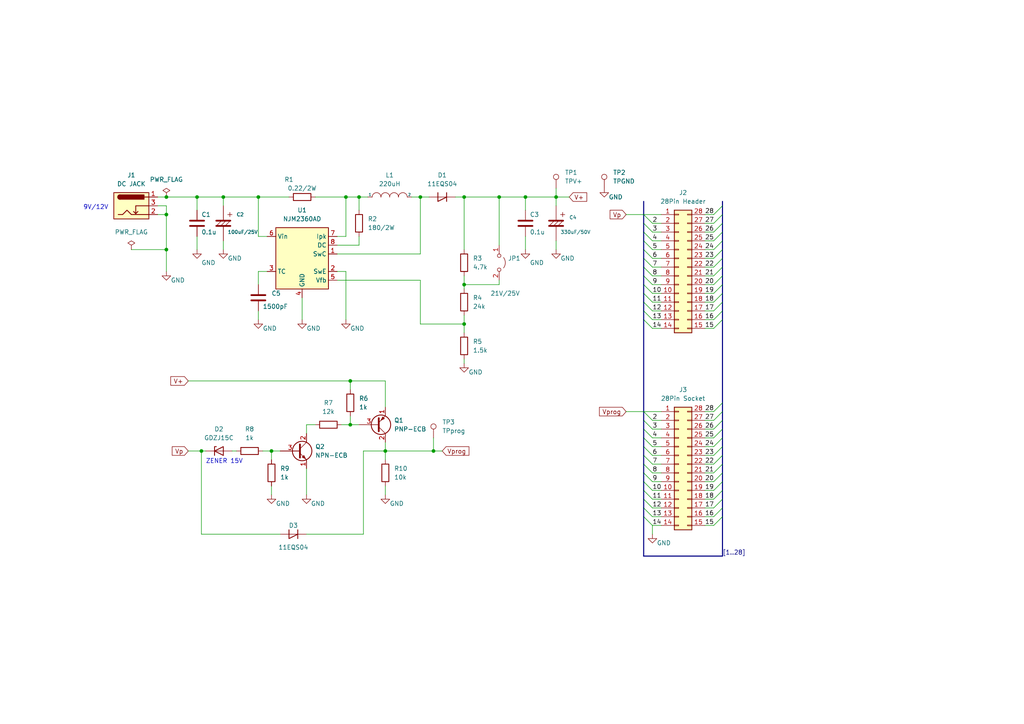
<source format=kicad_sch>
(kicad_sch (version 20211123) (generator eeschema)

  (uuid a8e24ba0-197a-4ddc-998e-758ed08811cc)

  (paper "A4")

  (title_block
    (title "TL866 II PLUS 25/21V Adapter")
    (date "2022/04/20")
    (company "Masahiro Kusunoki (JP3SRS)")
  )

  (lib_symbols
    (symbol "Connector:Barrel_Jack_Switch" (pin_names hide) (in_bom yes) (on_board yes)
      (property "Reference" "J" (id 0) (at 0 5.334 0)
        (effects (font (size 1.27 1.27)))
      )
      (property "Value" "Barrel_Jack_Switch" (id 1) (at 0 -5.08 0)
        (effects (font (size 1.27 1.27)))
      )
      (property "Footprint" "" (id 2) (at 1.27 -1.016 0)
        (effects (font (size 1.27 1.27)) hide)
      )
      (property "Datasheet" "~" (id 3) (at 1.27 -1.016 0)
        (effects (font (size 1.27 1.27)) hide)
      )
      (property "ki_keywords" "DC power barrel jack connector" (id 4) (at 0 0 0)
        (effects (font (size 1.27 1.27)) hide)
      )
      (property "ki_description" "DC Barrel Jack with an internal switch" (id 5) (at 0 0 0)
        (effects (font (size 1.27 1.27)) hide)
      )
      (property "ki_fp_filters" "BarrelJack*" (id 6) (at 0 0 0)
        (effects (font (size 1.27 1.27)) hide)
      )
      (symbol "Barrel_Jack_Switch_0_1"
        (rectangle (start -5.08 3.81) (end 5.08 -3.81)
          (stroke (width 0.254) (type default) (color 0 0 0 0))
          (fill (type background))
        )
        (arc (start -3.302 3.175) (mid -3.937 2.54) (end -3.302 1.905)
          (stroke (width 0.254) (type default) (color 0 0 0 0))
          (fill (type none))
        )
        (arc (start -3.302 3.175) (mid -3.937 2.54) (end -3.302 1.905)
          (stroke (width 0.254) (type default) (color 0 0 0 0))
          (fill (type outline))
        )
        (polyline
          (pts
            (xy 1.27 -2.286)
            (xy 1.905 -1.651)
          )
          (stroke (width 0.254) (type default) (color 0 0 0 0))
          (fill (type none))
        )
        (polyline
          (pts
            (xy 5.08 2.54)
            (xy 3.81 2.54)
          )
          (stroke (width 0.254) (type default) (color 0 0 0 0))
          (fill (type none))
        )
        (polyline
          (pts
            (xy 5.08 0)
            (xy 1.27 0)
            (xy 1.27 -2.286)
            (xy 0.635 -1.651)
          )
          (stroke (width 0.254) (type default) (color 0 0 0 0))
          (fill (type none))
        )
        (polyline
          (pts
            (xy -3.81 -2.54)
            (xy -2.54 -2.54)
            (xy -1.27 -1.27)
            (xy 0 -2.54)
            (xy 2.54 -2.54)
            (xy 5.08 -2.54)
          )
          (stroke (width 0.254) (type default) (color 0 0 0 0))
          (fill (type none))
        )
        (rectangle (start 3.683 3.175) (end -3.302 1.905)
          (stroke (width 0.254) (type default) (color 0 0 0 0))
          (fill (type outline))
        )
      )
      (symbol "Barrel_Jack_Switch_1_1"
        (pin passive line (at 7.62 2.54 180) (length 2.54)
          (name "~" (effects (font (size 1.27 1.27))))
          (number "1" (effects (font (size 1.27 1.27))))
        )
        (pin passive line (at 7.62 -2.54 180) (length 2.54)
          (name "~" (effects (font (size 1.27 1.27))))
          (number "2" (effects (font (size 1.27 1.27))))
        )
        (pin passive line (at 7.62 0 180) (length 2.54)
          (name "~" (effects (font (size 1.27 1.27))))
          (number "3" (effects (font (size 1.27 1.27))))
        )
      )
    )
    (symbol "Connector:TestPoint" (pin_numbers hide) (pin_names (offset 0.762) hide) (in_bom yes) (on_board yes)
      (property "Reference" "TP" (id 0) (at 0 6.858 0)
        (effects (font (size 1.27 1.27)))
      )
      (property "Value" "TestPoint" (id 1) (at 0 5.08 0)
        (effects (font (size 1.27 1.27)))
      )
      (property "Footprint" "" (id 2) (at 5.08 0 0)
        (effects (font (size 1.27 1.27)) hide)
      )
      (property "Datasheet" "~" (id 3) (at 5.08 0 0)
        (effects (font (size 1.27 1.27)) hide)
      )
      (property "ki_keywords" "test point tp" (id 4) (at 0 0 0)
        (effects (font (size 1.27 1.27)) hide)
      )
      (property "ki_description" "test point" (id 5) (at 0 0 0)
        (effects (font (size 1.27 1.27)) hide)
      )
      (property "ki_fp_filters" "Pin* Test*" (id 6) (at 0 0 0)
        (effects (font (size 1.27 1.27)) hide)
      )
      (symbol "TestPoint_0_1"
        (circle (center 0 3.302) (radius 0.762)
          (stroke (width 0) (type default) (color 0 0 0 0))
          (fill (type none))
        )
      )
      (symbol "TestPoint_1_1"
        (pin passive line (at 0 0 90) (length 2.54)
          (name "1" (effects (font (size 1.27 1.27))))
          (number "1" (effects (font (size 1.27 1.27))))
        )
      )
    )
    (symbol "Connector_Generic:Conn_02x14_Counter_Clockwise" (pin_names (offset 1.016) hide) (in_bom yes) (on_board yes)
      (property "Reference" "J" (id 0) (at 1.27 17.78 0)
        (effects (font (size 1.27 1.27)))
      )
      (property "Value" "Conn_02x14_Counter_Clockwise" (id 1) (at 1.27 -20.32 0)
        (effects (font (size 1.27 1.27)))
      )
      (property "Footprint" "" (id 2) (at 0 0 0)
        (effects (font (size 1.27 1.27)) hide)
      )
      (property "Datasheet" "~" (id 3) (at 0 0 0)
        (effects (font (size 1.27 1.27)) hide)
      )
      (property "ki_keywords" "connector" (id 4) (at 0 0 0)
        (effects (font (size 1.27 1.27)) hide)
      )
      (property "ki_description" "Generic connector, double row, 02x14, counter clockwise pin numbering scheme (similar to DIP packge numbering), script generated (kicad-library-utils/schlib/autogen/connector/)" (id 5) (at 0 0 0)
        (effects (font (size 1.27 1.27)) hide)
      )
      (property "ki_fp_filters" "Connector*:*_2x??_*" (id 6) (at 0 0 0)
        (effects (font (size 1.27 1.27)) hide)
      )
      (symbol "Conn_02x14_Counter_Clockwise_1_1"
        (rectangle (start -1.27 -17.653) (end 0 -17.907)
          (stroke (width 0.1524) (type default) (color 0 0 0 0))
          (fill (type none))
        )
        (rectangle (start -1.27 -15.113) (end 0 -15.367)
          (stroke (width 0.1524) (type default) (color 0 0 0 0))
          (fill (type none))
        )
        (rectangle (start -1.27 -12.573) (end 0 -12.827)
          (stroke (width 0.1524) (type default) (color 0 0 0 0))
          (fill (type none))
        )
        (rectangle (start -1.27 -10.033) (end 0 -10.287)
          (stroke (width 0.1524) (type default) (color 0 0 0 0))
          (fill (type none))
        )
        (rectangle (start -1.27 -7.493) (end 0 -7.747)
          (stroke (width 0.1524) (type default) (color 0 0 0 0))
          (fill (type none))
        )
        (rectangle (start -1.27 -4.953) (end 0 -5.207)
          (stroke (width 0.1524) (type default) (color 0 0 0 0))
          (fill (type none))
        )
        (rectangle (start -1.27 -2.413) (end 0 -2.667)
          (stroke (width 0.1524) (type default) (color 0 0 0 0))
          (fill (type none))
        )
        (rectangle (start -1.27 0.127) (end 0 -0.127)
          (stroke (width 0.1524) (type default) (color 0 0 0 0))
          (fill (type none))
        )
        (rectangle (start -1.27 2.667) (end 0 2.413)
          (stroke (width 0.1524) (type default) (color 0 0 0 0))
          (fill (type none))
        )
        (rectangle (start -1.27 5.207) (end 0 4.953)
          (stroke (width 0.1524) (type default) (color 0 0 0 0))
          (fill (type none))
        )
        (rectangle (start -1.27 7.747) (end 0 7.493)
          (stroke (width 0.1524) (type default) (color 0 0 0 0))
          (fill (type none))
        )
        (rectangle (start -1.27 10.287) (end 0 10.033)
          (stroke (width 0.1524) (type default) (color 0 0 0 0))
          (fill (type none))
        )
        (rectangle (start -1.27 12.827) (end 0 12.573)
          (stroke (width 0.1524) (type default) (color 0 0 0 0))
          (fill (type none))
        )
        (rectangle (start -1.27 15.367) (end 0 15.113)
          (stroke (width 0.1524) (type default) (color 0 0 0 0))
          (fill (type none))
        )
        (rectangle (start -1.27 16.51) (end 3.81 -19.05)
          (stroke (width 0.254) (type default) (color 0 0 0 0))
          (fill (type background))
        )
        (rectangle (start 3.81 -17.653) (end 2.54 -17.907)
          (stroke (width 0.1524) (type default) (color 0 0 0 0))
          (fill (type none))
        )
        (rectangle (start 3.81 -15.113) (end 2.54 -15.367)
          (stroke (width 0.1524) (type default) (color 0 0 0 0))
          (fill (type none))
        )
        (rectangle (start 3.81 -12.573) (end 2.54 -12.827)
          (stroke (width 0.1524) (type default) (color 0 0 0 0))
          (fill (type none))
        )
        (rectangle (start 3.81 -10.033) (end 2.54 -10.287)
          (stroke (width 0.1524) (type default) (color 0 0 0 0))
          (fill (type none))
        )
        (rectangle (start 3.81 -7.493) (end 2.54 -7.747)
          (stroke (width 0.1524) (type default) (color 0 0 0 0))
          (fill (type none))
        )
        (rectangle (start 3.81 -4.953) (end 2.54 -5.207)
          (stroke (width 0.1524) (type default) (color 0 0 0 0))
          (fill (type none))
        )
        (rectangle (start 3.81 -2.413) (end 2.54 -2.667)
          (stroke (width 0.1524) (type default) (color 0 0 0 0))
          (fill (type none))
        )
        (rectangle (start 3.81 0.127) (end 2.54 -0.127)
          (stroke (width 0.1524) (type default) (color 0 0 0 0))
          (fill (type none))
        )
        (rectangle (start 3.81 2.667) (end 2.54 2.413)
          (stroke (width 0.1524) (type default) (color 0 0 0 0))
          (fill (type none))
        )
        (rectangle (start 3.81 5.207) (end 2.54 4.953)
          (stroke (width 0.1524) (type default) (color 0 0 0 0))
          (fill (type none))
        )
        (rectangle (start 3.81 7.747) (end 2.54 7.493)
          (stroke (width 0.1524) (type default) (color 0 0 0 0))
          (fill (type none))
        )
        (rectangle (start 3.81 10.287) (end 2.54 10.033)
          (stroke (width 0.1524) (type default) (color 0 0 0 0))
          (fill (type none))
        )
        (rectangle (start 3.81 12.827) (end 2.54 12.573)
          (stroke (width 0.1524) (type default) (color 0 0 0 0))
          (fill (type none))
        )
        (rectangle (start 3.81 15.367) (end 2.54 15.113)
          (stroke (width 0.1524) (type default) (color 0 0 0 0))
          (fill (type none))
        )
        (pin passive line (at -5.08 15.24 0) (length 3.81)
          (name "Pin_1" (effects (font (size 1.27 1.27))))
          (number "1" (effects (font (size 1.27 1.27))))
        )
        (pin passive line (at -5.08 -7.62 0) (length 3.81)
          (name "Pin_10" (effects (font (size 1.27 1.27))))
          (number "10" (effects (font (size 1.27 1.27))))
        )
        (pin passive line (at -5.08 -10.16 0) (length 3.81)
          (name "Pin_11" (effects (font (size 1.27 1.27))))
          (number "11" (effects (font (size 1.27 1.27))))
        )
        (pin passive line (at -5.08 -12.7 0) (length 3.81)
          (name "Pin_12" (effects (font (size 1.27 1.27))))
          (number "12" (effects (font (size 1.27 1.27))))
        )
        (pin passive line (at -5.08 -15.24 0) (length 3.81)
          (name "Pin_13" (effects (font (size 1.27 1.27))))
          (number "13" (effects (font (size 1.27 1.27))))
        )
        (pin passive line (at -5.08 -17.78 0) (length 3.81)
          (name "Pin_14" (effects (font (size 1.27 1.27))))
          (number "14" (effects (font (size 1.27 1.27))))
        )
        (pin passive line (at 7.62 -17.78 180) (length 3.81)
          (name "Pin_15" (effects (font (size 1.27 1.27))))
          (number "15" (effects (font (size 1.27 1.27))))
        )
        (pin passive line (at 7.62 -15.24 180) (length 3.81)
          (name "Pin_16" (effects (font (size 1.27 1.27))))
          (number "16" (effects (font (size 1.27 1.27))))
        )
        (pin passive line (at 7.62 -12.7 180) (length 3.81)
          (name "Pin_17" (effects (font (size 1.27 1.27))))
          (number "17" (effects (font (size 1.27 1.27))))
        )
        (pin passive line (at 7.62 -10.16 180) (length 3.81)
          (name "Pin_18" (effects (font (size 1.27 1.27))))
          (number "18" (effects (font (size 1.27 1.27))))
        )
        (pin passive line (at 7.62 -7.62 180) (length 3.81)
          (name "Pin_19" (effects (font (size 1.27 1.27))))
          (number "19" (effects (font (size 1.27 1.27))))
        )
        (pin passive line (at -5.08 12.7 0) (length 3.81)
          (name "Pin_2" (effects (font (size 1.27 1.27))))
          (number "2" (effects (font (size 1.27 1.27))))
        )
        (pin passive line (at 7.62 -5.08 180) (length 3.81)
          (name "Pin_20" (effects (font (size 1.27 1.27))))
          (number "20" (effects (font (size 1.27 1.27))))
        )
        (pin passive line (at 7.62 -2.54 180) (length 3.81)
          (name "Pin_21" (effects (font (size 1.27 1.27))))
          (number "21" (effects (font (size 1.27 1.27))))
        )
        (pin passive line (at 7.62 0 180) (length 3.81)
          (name "Pin_22" (effects (font (size 1.27 1.27))))
          (number "22" (effects (font (size 1.27 1.27))))
        )
        (pin passive line (at 7.62 2.54 180) (length 3.81)
          (name "Pin_23" (effects (font (size 1.27 1.27))))
          (number "23" (effects (font (size 1.27 1.27))))
        )
        (pin passive line (at 7.62 5.08 180) (length 3.81)
          (name "Pin_24" (effects (font (size 1.27 1.27))))
          (number "24" (effects (font (size 1.27 1.27))))
        )
        (pin passive line (at 7.62 7.62 180) (length 3.81)
          (name "Pin_25" (effects (font (size 1.27 1.27))))
          (number "25" (effects (font (size 1.27 1.27))))
        )
        (pin passive line (at 7.62 10.16 180) (length 3.81)
          (name "Pin_26" (effects (font (size 1.27 1.27))))
          (number "26" (effects (font (size 1.27 1.27))))
        )
        (pin passive line (at 7.62 12.7 180) (length 3.81)
          (name "Pin_27" (effects (font (size 1.27 1.27))))
          (number "27" (effects (font (size 1.27 1.27))))
        )
        (pin passive line (at 7.62 15.24 180) (length 3.81)
          (name "Pin_28" (effects (font (size 1.27 1.27))))
          (number "28" (effects (font (size 1.27 1.27))))
        )
        (pin passive line (at -5.08 10.16 0) (length 3.81)
          (name "Pin_3" (effects (font (size 1.27 1.27))))
          (number "3" (effects (font (size 1.27 1.27))))
        )
        (pin passive line (at -5.08 7.62 0) (length 3.81)
          (name "Pin_4" (effects (font (size 1.27 1.27))))
          (number "4" (effects (font (size 1.27 1.27))))
        )
        (pin passive line (at -5.08 5.08 0) (length 3.81)
          (name "Pin_5" (effects (font (size 1.27 1.27))))
          (number "5" (effects (font (size 1.27 1.27))))
        )
        (pin passive line (at -5.08 2.54 0) (length 3.81)
          (name "Pin_6" (effects (font (size 1.27 1.27))))
          (number "6" (effects (font (size 1.27 1.27))))
        )
        (pin passive line (at -5.08 0 0) (length 3.81)
          (name "Pin_7" (effects (font (size 1.27 1.27))))
          (number "7" (effects (font (size 1.27 1.27))))
        )
        (pin passive line (at -5.08 -2.54 0) (length 3.81)
          (name "Pin_8" (effects (font (size 1.27 1.27))))
          (number "8" (effects (font (size 1.27 1.27))))
        )
        (pin passive line (at -5.08 -5.08 0) (length 3.81)
          (name "Pin_9" (effects (font (size 1.27 1.27))))
          (number "9" (effects (font (size 1.27 1.27))))
        )
      )
    )
    (symbol "Device:C" (pin_numbers hide) (pin_names (offset 0.254)) (in_bom yes) (on_board yes)
      (property "Reference" "C" (id 0) (at 0.635 2.54 0)
        (effects (font (size 1.27 1.27)) (justify left))
      )
      (property "Value" "C" (id 1) (at 0.635 -2.54 0)
        (effects (font (size 1.27 1.27)) (justify left))
      )
      (property "Footprint" "" (id 2) (at 0.9652 -3.81 0)
        (effects (font (size 1.27 1.27)) hide)
      )
      (property "Datasheet" "~" (id 3) (at 0 0 0)
        (effects (font (size 1.27 1.27)) hide)
      )
      (property "ki_keywords" "cap capacitor" (id 4) (at 0 0 0)
        (effects (font (size 1.27 1.27)) hide)
      )
      (property "ki_description" "Unpolarized capacitor" (id 5) (at 0 0 0)
        (effects (font (size 1.27 1.27)) hide)
      )
      (property "ki_fp_filters" "C_*" (id 6) (at 0 0 0)
        (effects (font (size 1.27 1.27)) hide)
      )
      (symbol "C_0_1"
        (polyline
          (pts
            (xy -2.032 -0.762)
            (xy 2.032 -0.762)
          )
          (stroke (width 0.508) (type default) (color 0 0 0 0))
          (fill (type none))
        )
        (polyline
          (pts
            (xy -2.032 0.762)
            (xy 2.032 0.762)
          )
          (stroke (width 0.508) (type default) (color 0 0 0 0))
          (fill (type none))
        )
      )
      (symbol "C_1_1"
        (pin passive line (at 0 3.81 270) (length 2.794)
          (name "~" (effects (font (size 1.27 1.27))))
          (number "1" (effects (font (size 1.27 1.27))))
        )
        (pin passive line (at 0 -3.81 90) (length 2.794)
          (name "~" (effects (font (size 1.27 1.27))))
          (number "2" (effects (font (size 1.27 1.27))))
        )
      )
    )
    (symbol "Device:D_Shockley" (pin_numbers hide) (pin_names (offset 1.016) hide) (in_bom yes) (on_board yes)
      (property "Reference" "D" (id 0) (at 0 2.54 0)
        (effects (font (size 1.27 1.27)))
      )
      (property "Value" "D_Shockley" (id 1) (at 0 -2.54 0)
        (effects (font (size 1.27 1.27)))
      )
      (property "Footprint" "" (id 2) (at 0 0 0)
        (effects (font (size 1.27 1.27)) hide)
      )
      (property "Datasheet" "~" (id 3) (at 0 0 0)
        (effects (font (size 1.27 1.27)) hide)
      )
      (property "ki_keywords" "Shockley diode PNPN" (id 4) (at 0 0 0)
        (effects (font (size 1.27 1.27)) hide)
      )
      (property "ki_description" "Shockley (PNPN) diode" (id 5) (at 0 0 0)
        (effects (font (size 1.27 1.27)) hide)
      )
      (property "ki_fp_filters" "TO-???* *_Diode_* *SingleDiode* D_*" (id 6) (at 0 0 0)
        (effects (font (size 1.27 1.27)) hide)
      )
      (symbol "D_Shockley_0_1"
        (polyline
          (pts
            (xy -1.27 0)
            (xy 1.27 0)
          )
          (stroke (width 0) (type default) (color 0 0 0 0))
          (fill (type none))
        )
        (polyline
          (pts
            (xy -1.27 1.27)
            (xy -1.27 -1.27)
          )
          (stroke (width 0.254) (type default) (color 0 0 0 0))
          (fill (type none))
        )
        (polyline
          (pts
            (xy -1.27 0)
            (xy 1.27 1.27)
            (xy 1.27 -1.27)
          )
          (stroke (width 0.254) (type default) (color 0 0 0 0))
          (fill (type none))
        )
      )
      (symbol "D_Shockley_1_1"
        (pin passive line (at -3.81 0 0) (length 2.54)
          (name "K" (effects (font (size 1.27 1.27))))
          (number "1" (effects (font (size 1.27 1.27))))
        )
        (pin passive line (at 3.81 0 180) (length 2.54)
          (name "A" (effects (font (size 1.27 1.27))))
          (number "2" (effects (font (size 1.27 1.27))))
        )
      )
    )
    (symbol "Device:D_Zener" (pin_numbers hide) (pin_names (offset 1.016) hide) (in_bom yes) (on_board yes)
      (property "Reference" "D" (id 0) (at 0 2.54 0)
        (effects (font (size 1.27 1.27)))
      )
      (property "Value" "D_Zener" (id 1) (at 0 -2.54 0)
        (effects (font (size 1.27 1.27)))
      )
      (property "Footprint" "" (id 2) (at 0 0 0)
        (effects (font (size 1.27 1.27)) hide)
      )
      (property "Datasheet" "~" (id 3) (at 0 0 0)
        (effects (font (size 1.27 1.27)) hide)
      )
      (property "ki_keywords" "diode" (id 4) (at 0 0 0)
        (effects (font (size 1.27 1.27)) hide)
      )
      (property "ki_description" "Zener diode" (id 5) (at 0 0 0)
        (effects (font (size 1.27 1.27)) hide)
      )
      (property "ki_fp_filters" "TO-???* *_Diode_* *SingleDiode* D_*" (id 6) (at 0 0 0)
        (effects (font (size 1.27 1.27)) hide)
      )
      (symbol "D_Zener_0_1"
        (polyline
          (pts
            (xy 1.27 0)
            (xy -1.27 0)
          )
          (stroke (width 0) (type default) (color 0 0 0 0))
          (fill (type none))
        )
        (polyline
          (pts
            (xy -1.27 -1.27)
            (xy -1.27 1.27)
            (xy -0.762 1.27)
          )
          (stroke (width 0.254) (type default) (color 0 0 0 0))
          (fill (type none))
        )
        (polyline
          (pts
            (xy 1.27 -1.27)
            (xy 1.27 1.27)
            (xy -1.27 0)
            (xy 1.27 -1.27)
          )
          (stroke (width 0.254) (type default) (color 0 0 0 0))
          (fill (type none))
        )
      )
      (symbol "D_Zener_1_1"
        (pin passive line (at -3.81 0 0) (length 2.54)
          (name "K" (effects (font (size 1.27 1.27))))
          (number "1" (effects (font (size 1.27 1.27))))
        )
        (pin passive line (at 3.81 0 180) (length 2.54)
          (name "A" (effects (font (size 1.27 1.27))))
          (number "2" (effects (font (size 1.27 1.27))))
        )
      )
    )
    (symbol "Device:Q_NPN_ECB" (pin_names (offset 0) hide) (in_bom yes) (on_board yes)
      (property "Reference" "Q" (id 0) (at 5.08 1.27 0)
        (effects (font (size 1.27 1.27)) (justify left))
      )
      (property "Value" "Q_NPN_ECB" (id 1) (at 5.08 -1.27 0)
        (effects (font (size 1.27 1.27)) (justify left))
      )
      (property "Footprint" "" (id 2) (at 5.08 2.54 0)
        (effects (font (size 1.27 1.27)) hide)
      )
      (property "Datasheet" "~" (id 3) (at 0 0 0)
        (effects (font (size 1.27 1.27)) hide)
      )
      (property "ki_keywords" "transistor NPN" (id 4) (at 0 0 0)
        (effects (font (size 1.27 1.27)) hide)
      )
      (property "ki_description" "NPN transistor, emitter/collector/base" (id 5) (at 0 0 0)
        (effects (font (size 1.27 1.27)) hide)
      )
      (symbol "Q_NPN_ECB_0_1"
        (polyline
          (pts
            (xy 0.635 0.635)
            (xy 2.54 2.54)
          )
          (stroke (width 0) (type default) (color 0 0 0 0))
          (fill (type none))
        )
        (polyline
          (pts
            (xy 0.635 -0.635)
            (xy 2.54 -2.54)
            (xy 2.54 -2.54)
          )
          (stroke (width 0) (type default) (color 0 0 0 0))
          (fill (type none))
        )
        (polyline
          (pts
            (xy 0.635 1.905)
            (xy 0.635 -1.905)
            (xy 0.635 -1.905)
          )
          (stroke (width 0.508) (type default) (color 0 0 0 0))
          (fill (type none))
        )
        (polyline
          (pts
            (xy 1.27 -1.778)
            (xy 1.778 -1.27)
            (xy 2.286 -2.286)
            (xy 1.27 -1.778)
            (xy 1.27 -1.778)
          )
          (stroke (width 0) (type default) (color 0 0 0 0))
          (fill (type outline))
        )
        (circle (center 1.27 0) (radius 2.8194)
          (stroke (width 0.254) (type default) (color 0 0 0 0))
          (fill (type none))
        )
      )
      (symbol "Q_NPN_ECB_1_1"
        (pin passive line (at 2.54 -5.08 90) (length 2.54)
          (name "E" (effects (font (size 1.27 1.27))))
          (number "1" (effects (font (size 1.27 1.27))))
        )
        (pin passive line (at 2.54 5.08 270) (length 2.54)
          (name "C" (effects (font (size 1.27 1.27))))
          (number "2" (effects (font (size 1.27 1.27))))
        )
        (pin passive line (at -5.08 0 0) (length 5.715)
          (name "B" (effects (font (size 1.27 1.27))))
          (number "3" (effects (font (size 1.27 1.27))))
        )
      )
    )
    (symbol "Device:Q_PNP_ECB" (pin_names (offset 0) hide) (in_bom yes) (on_board yes)
      (property "Reference" "Q" (id 0) (at 5.08 1.27 0)
        (effects (font (size 1.27 1.27)) (justify left))
      )
      (property "Value" "Q_PNP_ECB" (id 1) (at 5.08 -1.27 0)
        (effects (font (size 1.27 1.27)) (justify left))
      )
      (property "Footprint" "" (id 2) (at 5.08 2.54 0)
        (effects (font (size 1.27 1.27)) hide)
      )
      (property "Datasheet" "~" (id 3) (at 0 0 0)
        (effects (font (size 1.27 1.27)) hide)
      )
      (property "ki_keywords" "transistor PNP" (id 4) (at 0 0 0)
        (effects (font (size 1.27 1.27)) hide)
      )
      (property "ki_description" "PNP transistor, emitter/collector/base" (id 5) (at 0 0 0)
        (effects (font (size 1.27 1.27)) hide)
      )
      (symbol "Q_PNP_ECB_0_1"
        (polyline
          (pts
            (xy 0.635 0.635)
            (xy 2.54 2.54)
          )
          (stroke (width 0) (type default) (color 0 0 0 0))
          (fill (type none))
        )
        (polyline
          (pts
            (xy 0.635 -0.635)
            (xy 2.54 -2.54)
            (xy 2.54 -2.54)
          )
          (stroke (width 0) (type default) (color 0 0 0 0))
          (fill (type none))
        )
        (polyline
          (pts
            (xy 0.635 1.905)
            (xy 0.635 -1.905)
            (xy 0.635 -1.905)
          )
          (stroke (width 0.508) (type default) (color 0 0 0 0))
          (fill (type none))
        )
        (polyline
          (pts
            (xy 2.286 -1.778)
            (xy 1.778 -2.286)
            (xy 1.27 -1.27)
            (xy 2.286 -1.778)
            (xy 2.286 -1.778)
          )
          (stroke (width 0) (type default) (color 0 0 0 0))
          (fill (type outline))
        )
        (circle (center 1.27 0) (radius 2.8194)
          (stroke (width 0.254) (type default) (color 0 0 0 0))
          (fill (type none))
        )
      )
      (symbol "Q_PNP_ECB_1_1"
        (pin passive line (at 2.54 -5.08 90) (length 2.54)
          (name "E" (effects (font (size 1.27 1.27))))
          (number "1" (effects (font (size 1.27 1.27))))
        )
        (pin passive line (at 2.54 5.08 270) (length 2.54)
          (name "C" (effects (font (size 1.27 1.27))))
          (number "2" (effects (font (size 1.27 1.27))))
        )
        (pin input line (at -5.08 0 0) (length 5.715)
          (name "B" (effects (font (size 1.27 1.27))))
          (number "3" (effects (font (size 1.27 1.27))))
        )
      )
    )
    (symbol "Device:R" (pin_numbers hide) (pin_names (offset 0)) (in_bom yes) (on_board yes)
      (property "Reference" "R" (id 0) (at 2.032 0 90)
        (effects (font (size 1.27 1.27)))
      )
      (property "Value" "R" (id 1) (at 0 0 90)
        (effects (font (size 1.27 1.27)))
      )
      (property "Footprint" "" (id 2) (at -1.778 0 90)
        (effects (font (size 1.27 1.27)) hide)
      )
      (property "Datasheet" "~" (id 3) (at 0 0 0)
        (effects (font (size 1.27 1.27)) hide)
      )
      (property "ki_keywords" "R res resistor" (id 4) (at 0 0 0)
        (effects (font (size 1.27 1.27)) hide)
      )
      (property "ki_description" "Resistor" (id 5) (at 0 0 0)
        (effects (font (size 1.27 1.27)) hide)
      )
      (property "ki_fp_filters" "R_*" (id 6) (at 0 0 0)
        (effects (font (size 1.27 1.27)) hide)
      )
      (symbol "R_0_1"
        (rectangle (start -1.016 -2.54) (end 1.016 2.54)
          (stroke (width 0.254) (type default) (color 0 0 0 0))
          (fill (type none))
        )
      )
      (symbol "R_1_1"
        (pin passive line (at 0 3.81 270) (length 1.27)
          (name "~" (effects (font (size 1.27 1.27))))
          (number "1" (effects (font (size 1.27 1.27))))
        )
        (pin passive line (at 0 -3.81 90) (length 1.27)
          (name "~" (effects (font (size 1.27 1.27))))
          (number "2" (effects (font (size 1.27 1.27))))
        )
      )
    )
    (symbol "Jumper:Jumper_2_Open" (pin_names (offset 0) hide) (in_bom yes) (on_board yes)
      (property "Reference" "JP" (id 0) (at 0 2.794 0)
        (effects (font (size 1.27 1.27)))
      )
      (property "Value" "Jumper_2_Open" (id 1) (at 0 -2.286 0)
        (effects (font (size 1.27 1.27)))
      )
      (property "Footprint" "" (id 2) (at 0 0 0)
        (effects (font (size 1.27 1.27)) hide)
      )
      (property "Datasheet" "~" (id 3) (at 0 0 0)
        (effects (font (size 1.27 1.27)) hide)
      )
      (property "ki_keywords" "Jumper SPST" (id 4) (at 0 0 0)
        (effects (font (size 1.27 1.27)) hide)
      )
      (property "ki_description" "Jumper, 2-pole, open" (id 5) (at 0 0 0)
        (effects (font (size 1.27 1.27)) hide)
      )
      (property "ki_fp_filters" "Jumper* TestPoint*2Pads* TestPoint*Bridge*" (id 6) (at 0 0 0)
        (effects (font (size 1.27 1.27)) hide)
      )
      (symbol "Jumper_2_Open_0_0"
        (circle (center -2.032 0) (radius 0.508)
          (stroke (width 0) (type default) (color 0 0 0 0))
          (fill (type none))
        )
        (circle (center 2.032 0) (radius 0.508)
          (stroke (width 0) (type default) (color 0 0 0 0))
          (fill (type none))
        )
      )
      (symbol "Jumper_2_Open_0_1"
        (arc (start 1.524 1.27) (mid 0 1.778) (end -1.524 1.27)
          (stroke (width 0) (type default) (color 0 0 0 0))
          (fill (type none))
        )
      )
      (symbol "Jumper_2_Open_1_1"
        (pin passive line (at -5.08 0 0) (length 2.54)
          (name "A" (effects (font (size 1.27 1.27))))
          (number "1" (effects (font (size 1.27 1.27))))
        )
        (pin passive line (at 5.08 0 180) (length 2.54)
          (name "B" (effects (font (size 1.27 1.27))))
          (number "2" (effects (font (size 1.27 1.27))))
        )
      )
    )
    (symbol "_ComponentLibrary:CPOL" (pin_numbers hide) (pin_names (offset 0.254)) (in_bom yes) (on_board yes)
      (property "Reference" "C" (id 0) (at -2.54 1.905 0)
        (effects (font (size 1.016 1.016)) (justify left))
      )
      (property "Value" "CPOL" (id 1) (at -4.445 -2.54 0)
        (effects (font (size 1.016 1.016)) (justify left))
      )
      (property "Footprint" "" (id 2) (at 0.9652 -3.81 0)
        (effects (font (size 0.762 0.762)))
      )
      (property "Datasheet" "" (id 3) (at 0 0 0)
        (effects (font (size 1.524 1.524)))
      )
      (symbol "CPOL_0_1"
        (polyline
          (pts
            (xy -2.032 -0.762)
            (xy 2.032 -0.762)
          )
          (stroke (width 0.508) (type default) (color 0 0 0 0))
          (fill (type none))
        )
        (polyline
          (pts
            (xy -2.032 0.762)
            (xy 2.032 0.762)
          )
          (stroke (width 0.508) (type default) (color 0 0 0 0))
          (fill (type none))
        )
        (polyline
          (pts
            (xy -0.635 0.635)
            (xy -1.905 -0.635)
          )
          (stroke (width 0) (type default) (color 0 0 0 0))
          (fill (type none))
        )
        (polyline
          (pts
            (xy 0.635 0.635)
            (xy -0.635 -0.635)
          )
          (stroke (width 0) (type default) (color 0 0 0 0))
          (fill (type none))
        )
        (polyline
          (pts
            (xy 1.27 2.54)
            (xy 2.54 2.54)
          )
          (stroke (width 0) (type default) (color 0 0 0 0))
          (fill (type none))
        )
        (polyline
          (pts
            (xy 1.905 0.635)
            (xy 0.635 -0.635)
          )
          (stroke (width 0) (type default) (color 0 0 0 0))
          (fill (type none))
        )
        (polyline
          (pts
            (xy 1.905 3.175)
            (xy 1.905 1.905)
          )
          (stroke (width 0) (type default) (color 0 0 0 0))
          (fill (type none))
        )
      )
      (symbol "CPOL_1_1"
        (pin passive line (at 0 5.08 270) (length 4.318)
          (name "~" (effects (font (size 1.016 1.016))))
          (number "1" (effects (font (size 1.016 1.016))))
        )
        (pin passive line (at 0 -5.08 90) (length 4.318)
          (name "~" (effects (font (size 1.016 1.016))))
          (number "2" (effects (font (size 1.016 1.016))))
        )
      )
    )
    (symbol "_localLibrary:MC34063AP" (in_bom yes) (on_board yes)
      (property "Reference" "U1" (id 0) (at 0 12.7 0)
        (effects (font (size 1.27 1.27)))
      )
      (property "Value" "MC34063AP" (id 1) (at 0 10.16 0)
        (effects (font (size 1.27 1.27)))
      )
      (property "Footprint" "Package_DIP:DIP-8_W7.62mm" (id 2) (at 1.27 -11.43 0)
        (effects (font (size 1.27 1.27)) (justify left) hide)
      )
      (property "Datasheet" "http://www.onsemi.com/pub_link/Collateral/MC34063A-D.PDF" (id 3) (at 12.7 -2.54 0)
        (effects (font (size 1.27 1.27)) hide)
      )
      (property "ki_keywords" "smps buck boost inverting" (id 4) (at 0 0 0)
        (effects (font (size 1.27 1.27)) hide)
      )
      (property "ki_description" "1.5A, step-up/down/inverting switching regulator, 3-40V Vin, 100kHz, DIP-8" (id 5) (at 0 0 0)
        (effects (font (size 1.27 1.27)) hide)
      )
      (property "ki_fp_filters" "DIP*W7.62mm*" (id 6) (at 0 0 0)
        (effects (font (size 1.27 1.27)) hide)
      )
      (symbol "MC34063AP_0_1"
        (rectangle (start -7.62 7.62) (end 7.62 -10.16)
          (stroke (width 0.254) (type default) (color 0 0 0 0))
          (fill (type background))
        )
      )
      (symbol "MC34063AP_1_1"
        (pin open_collector line (at 10.16 0 180) (length 2.54)
          (name "SwC" (effects (font (size 1.27 1.27))))
          (number "1" (effects (font (size 1.27 1.27))))
        )
        (pin passive line (at 10.16 -5.08 180) (length 2.54)
          (name "SwE" (effects (font (size 1.27 1.27))))
          (number "2" (effects (font (size 1.27 1.27))))
        )
        (pin passive line (at -10.16 -5.08 0) (length 2.54)
          (name "TC" (effects (font (size 1.27 1.27))))
          (number "3" (effects (font (size 1.27 1.27))))
        )
        (pin power_in line (at 0 -12.7 90) (length 2.54)
          (name "GND" (effects (font (size 1.27 1.27))))
          (number "4" (effects (font (size 1.27 1.27))))
        )
        (pin input line (at 10.16 -7.62 180) (length 2.54)
          (name "Vfb" (effects (font (size 1.27 1.27))))
          (number "5" (effects (font (size 1.27 1.27))))
        )
        (pin power_in line (at -10.16 5.08 0) (length 2.54)
          (name "Vin" (effects (font (size 1.27 1.27))))
          (number "6" (effects (font (size 1.27 1.27))))
        )
        (pin input line (at 10.16 5.08 180) (length 2.54)
          (name "Ipk" (effects (font (size 1.27 1.27))))
          (number "7" (effects (font (size 1.27 1.27))))
        )
        (pin open_collector line (at 10.16 2.54 180) (length 2.54)
          (name "DC" (effects (font (size 1.27 1.27))))
          (number "8" (effects (font (size 1.27 1.27))))
        )
      )
    )
    (symbol "power:GND" (power) (pin_names (offset 0)) (in_bom yes) (on_board yes)
      (property "Reference" "#PWR" (id 0) (at 0 -6.35 0)
        (effects (font (size 1.27 1.27)) hide)
      )
      (property "Value" "GND" (id 1) (at 0 -3.81 0)
        (effects (font (size 1.27 1.27)))
      )
      (property "Footprint" "" (id 2) (at 0 0 0)
        (effects (font (size 1.27 1.27)) hide)
      )
      (property "Datasheet" "" (id 3) (at 0 0 0)
        (effects (font (size 1.27 1.27)) hide)
      )
      (property "ki_keywords" "power-flag" (id 4) (at 0 0 0)
        (effects (font (size 1.27 1.27)) hide)
      )
      (property "ki_description" "Power symbol creates a global label with name \"GND\" , ground" (id 5) (at 0 0 0)
        (effects (font (size 1.27 1.27)) hide)
      )
      (symbol "GND_0_1"
        (polyline
          (pts
            (xy 0 0)
            (xy 0 -1.27)
            (xy 1.27 -1.27)
            (xy 0 -2.54)
            (xy -1.27 -1.27)
            (xy 0 -1.27)
          )
          (stroke (width 0) (type default) (color 0 0 0 0))
          (fill (type none))
        )
      )
      (symbol "GND_1_1"
        (pin power_in line (at 0 0 270) (length 0) hide
          (name "GND" (effects (font (size 1.27 1.27))))
          (number "1" (effects (font (size 1.27 1.27))))
        )
      )
    )
    (symbol "power:PWR_FLAG" (power) (pin_numbers hide) (pin_names (offset 0) hide) (in_bom yes) (on_board yes)
      (property "Reference" "#FLG" (id 0) (at 0 1.905 0)
        (effects (font (size 1.27 1.27)) hide)
      )
      (property "Value" "PWR_FLAG" (id 1) (at 0 3.81 0)
        (effects (font (size 1.27 1.27)))
      )
      (property "Footprint" "" (id 2) (at 0 0 0)
        (effects (font (size 1.27 1.27)) hide)
      )
      (property "Datasheet" "~" (id 3) (at 0 0 0)
        (effects (font (size 1.27 1.27)) hide)
      )
      (property "ki_keywords" "power-flag" (id 4) (at 0 0 0)
        (effects (font (size 1.27 1.27)) hide)
      )
      (property "ki_description" "Special symbol for telling ERC where power comes from" (id 5) (at 0 0 0)
        (effects (font (size 1.27 1.27)) hide)
      )
      (symbol "PWR_FLAG_0_0"
        (pin power_out line (at 0 0 90) (length 0)
          (name "pwr" (effects (font (size 1.27 1.27))))
          (number "1" (effects (font (size 1.27 1.27))))
        )
      )
      (symbol "PWR_FLAG_0_1"
        (polyline
          (pts
            (xy 0 0)
            (xy 0 1.27)
            (xy -1.016 1.905)
            (xy 0 2.54)
            (xy 1.016 1.905)
            (xy 0 1.27)
          )
          (stroke (width 0) (type default) (color 0 0 0 0))
          (fill (type none))
        )
      )
    )
    (symbol "pspice:INDUCTOR" (pin_numbers hide) (pin_names (offset 0)) (in_bom yes) (on_board yes)
      (property "Reference" "L" (id 0) (at 0 2.54 0)
        (effects (font (size 1.27 1.27)))
      )
      (property "Value" "INDUCTOR" (id 1) (at 0 -1.27 0)
        (effects (font (size 1.27 1.27)))
      )
      (property "Footprint" "" (id 2) (at 0 0 0)
        (effects (font (size 1.27 1.27)) hide)
      )
      (property "Datasheet" "~" (id 3) (at 0 0 0)
        (effects (font (size 1.27 1.27)) hide)
      )
      (property "ki_keywords" "simulation" (id 4) (at 0 0 0)
        (effects (font (size 1.27 1.27)) hide)
      )
      (property "ki_description" "Inductor symbol for simulation only" (id 5) (at 0 0 0)
        (effects (font (size 1.27 1.27)) hide)
      )
      (symbol "INDUCTOR_0_1"
        (arc (start -2.54 0) (mid -3.81 1.27) (end -5.08 0)
          (stroke (width 0) (type default) (color 0 0 0 0))
          (fill (type none))
        )
        (arc (start 0 0) (mid -1.27 1.27) (end -2.54 0)
          (stroke (width 0) (type default) (color 0 0 0 0))
          (fill (type none))
        )
        (arc (start 2.54 0) (mid 1.27 1.27) (end 0 0)
          (stroke (width 0) (type default) (color 0 0 0 0))
          (fill (type none))
        )
        (arc (start 5.08 0) (mid 3.81 1.27) (end 2.54 0)
          (stroke (width 0) (type default) (color 0 0 0 0))
          (fill (type none))
        )
      )
      (symbol "INDUCTOR_1_1"
        (pin input line (at -6.35 0 0) (length 1.27)
          (name "1" (effects (font (size 0.762 0.762))))
          (number "1" (effects (font (size 0.762 0.762))))
        )
        (pin input line (at 6.35 0 180) (length 1.27)
          (name "2" (effects (font (size 0.762 0.762))))
          (number "2" (effects (font (size 0.762 0.762))))
        )
      )
    )
  )


  (junction (at 121.92 57.15) (diameter 0) (color 0 0 0 0)
    (uuid 084f51f0-bd2e-459a-9cb7-6e8e86509365)
  )
  (junction (at 57.15 57.15) (diameter 0) (color 0 0 0 0)
    (uuid 10cf7441-3864-4357-b299-3ff470c5043e)
  )
  (junction (at 134.62 57.15) (diameter 0) (color 0 0 0 0)
    (uuid 1249c17f-7627-43e5-9b83-ae904334c0cd)
  )
  (junction (at 152.4 57.15) (diameter 0) (color 0 0 0 0)
    (uuid 1ac507d6-1473-4dee-88e8-4ede4e009385)
  )
  (junction (at 111.76 130.81) (diameter 0) (color 0 0 0 0)
    (uuid 236c6f61-ea38-451e-931c-04ebae19e9d5)
  )
  (junction (at 78.74 130.81) (diameter 0) (color 0 0 0 0)
    (uuid 3ff0b3b4-0de6-4878-bc5e-06c211d075bc)
  )
  (junction (at 48.26 57.15) (diameter 0) (color 0 0 0 0)
    (uuid 4bbdf032-1136-490c-84af-48ae970a752a)
  )
  (junction (at 48.26 72.39) (diameter 0) (color 0 0 0 0)
    (uuid 5b14f8ce-21cd-4ec0-8894-de07457145e4)
  )
  (junction (at 125.73 130.81) (diameter 0) (color 0 0 0 0)
    (uuid 6020a1dc-500c-461a-8638-adb061dfd458)
  )
  (junction (at 134.62 93.98) (diameter 0) (color 0 0 0 0)
    (uuid 64ad0ff6-717b-4c0b-b871-e8ced397abb7)
  )
  (junction (at 74.93 57.15) (diameter 0) (color 0 0 0 0)
    (uuid 71ff9283-10ac-402c-a87c-815bae02b478)
  )
  (junction (at 104.14 57.15) (diameter 0) (color 0 0 0 0)
    (uuid 72a2bb63-0a82-4da4-9070-8523583b800a)
  )
  (junction (at 64.77 57.15) (diameter 0) (color 0 0 0 0)
    (uuid 7fc5bab0-7e23-48c7-8069-9d335e1f094f)
  )
  (junction (at 100.33 57.15) (diameter 0) (color 0 0 0 0)
    (uuid 8122b03a-1759-4266-b802-26a0aa38c4ae)
  )
  (junction (at 58.42 130.81) (diameter 0) (color 0 0 0 0)
    (uuid 8544ca0b-7e04-4ecd-97e8-bca90f962477)
  )
  (junction (at 101.6 110.49) (diameter 0) (color 0 0 0 0)
    (uuid bb6dc73a-f1ee-42d2-8e64-83a6036771f8)
  )
  (junction (at 144.78 57.15) (diameter 0) (color 0 0 0 0)
    (uuid c3dd3667-a1cb-45e1-95b3-e340dba28616)
  )
  (junction (at 48.26 62.23) (diameter 0) (color 0 0 0 0)
    (uuid c6c38ec9-e886-4f28-a487-cb5ceef43c56)
  )
  (junction (at 161.29 57.15) (diameter 0) (color 0 0 0 0)
    (uuid e9418386-2236-4528-962a-6265025b50a9)
  )
  (junction (at 134.62 82.55) (diameter 0) (color 0 0 0 0)
    (uuid efef9a36-7985-4fe1-8667-f7d442a163ff)
  )
  (junction (at 101.6 123.19) (diameter 0) (color 0 0 0 0)
    (uuid fc067a20-7632-499d-86a6-bf8ad0a4c65c)
  )

  (bus_entry (at 186.69 69.85) (size 2.54 2.54)
    (stroke (width 0) (type default) (color 0 0 0 0))
    (uuid 88d13ce5-5017-4fab-b92f-8e9feba206d0)
  )
  (bus_entry (at 186.69 72.39) (size 2.54 2.54)
    (stroke (width 0) (type default) (color 0 0 0 0))
    (uuid 88d13ce5-5017-4fab-b92f-8e9feba206d1)
  )
  (bus_entry (at 186.69 87.63) (size 2.54 2.54)
    (stroke (width 0) (type default) (color 0 0 0 0))
    (uuid 88d13ce5-5017-4fab-b92f-8e9feba206d2)
  )
  (bus_entry (at 186.69 85.09) (size 2.54 2.54)
    (stroke (width 0) (type default) (color 0 0 0 0))
    (uuid 88d13ce5-5017-4fab-b92f-8e9feba206d3)
  )
  (bus_entry (at 186.69 82.55) (size 2.54 2.54)
    (stroke (width 0) (type default) (color 0 0 0 0))
    (uuid 88d13ce5-5017-4fab-b92f-8e9feba206d4)
  )
  (bus_entry (at 186.69 74.93) (size 2.54 2.54)
    (stroke (width 0) (type default) (color 0 0 0 0))
    (uuid 88d13ce5-5017-4fab-b92f-8e9feba206d5)
  )
  (bus_entry (at 186.69 77.47) (size 2.54 2.54)
    (stroke (width 0) (type default) (color 0 0 0 0))
    (uuid 88d13ce5-5017-4fab-b92f-8e9feba206d6)
  )
  (bus_entry (at 186.69 80.01) (size 2.54 2.54)
    (stroke (width 0) (type default) (color 0 0 0 0))
    (uuid 88d13ce5-5017-4fab-b92f-8e9feba206d7)
  )
  (bus_entry (at 186.69 67.31) (size 2.54 2.54)
    (stroke (width 0) (type default) (color 0 0 0 0))
    (uuid 88d13ce5-5017-4fab-b92f-8e9feba206d8)
  )
  (bus_entry (at 186.69 64.77) (size 2.54 2.54)
    (stroke (width 0) (type default) (color 0 0 0 0))
    (uuid 88d13ce5-5017-4fab-b92f-8e9feba206d9)
  )
  (bus_entry (at 186.69 62.23) (size 2.54 2.54)
    (stroke (width 0) (type default) (color 0 0 0 0))
    (uuid 88d13ce5-5017-4fab-b92f-8e9feba206da)
  )
  (bus_entry (at 186.69 119.38) (size 2.54 2.54)
    (stroke (width 0) (type default) (color 0 0 0 0))
    (uuid a54c35ad-fe60-474f-b3f9-3540ff0a6335)
  )
  (bus_entry (at 186.69 139.7) (size 2.54 2.54)
    (stroke (width 0) (type default) (color 0 0 0 0))
    (uuid a54c35ad-fe60-474f-b3f9-3540ff0a6336)
  )
  (bus_entry (at 186.69 142.24) (size 2.54 2.54)
    (stroke (width 0) (type default) (color 0 0 0 0))
    (uuid a54c35ad-fe60-474f-b3f9-3540ff0a6337)
  )
  (bus_entry (at 186.69 144.78) (size 2.54 2.54)
    (stroke (width 0) (type default) (color 0 0 0 0))
    (uuid a54c35ad-fe60-474f-b3f9-3540ff0a6338)
  )
  (bus_entry (at 186.69 121.92) (size 2.54 2.54)
    (stroke (width 0) (type default) (color 0 0 0 0))
    (uuid a54c35ad-fe60-474f-b3f9-3540ff0a6339)
  )
  (bus_entry (at 186.69 124.46) (size 2.54 2.54)
    (stroke (width 0) (type default) (color 0 0 0 0))
    (uuid a54c35ad-fe60-474f-b3f9-3540ff0a633a)
  )
  (bus_entry (at 186.69 127) (size 2.54 2.54)
    (stroke (width 0) (type default) (color 0 0 0 0))
    (uuid a54c35ad-fe60-474f-b3f9-3540ff0a633b)
  )
  (bus_entry (at 186.69 129.54) (size 2.54 2.54)
    (stroke (width 0) (type default) (color 0 0 0 0))
    (uuid a54c35ad-fe60-474f-b3f9-3540ff0a633c)
  )
  (bus_entry (at 186.69 132.08) (size 2.54 2.54)
    (stroke (width 0) (type default) (color 0 0 0 0))
    (uuid a54c35ad-fe60-474f-b3f9-3540ff0a633d)
  )
  (bus_entry (at 186.69 134.62) (size 2.54 2.54)
    (stroke (width 0) (type default) (color 0 0 0 0))
    (uuid a54c35ad-fe60-474f-b3f9-3540ff0a633e)
  )
  (bus_entry (at 186.69 137.16) (size 2.54 2.54)
    (stroke (width 0) (type default) (color 0 0 0 0))
    (uuid a54c35ad-fe60-474f-b3f9-3540ff0a633f)
  )
  (bus_entry (at 207.01 92.71) (size 2.54 -2.54)
    (stroke (width 0) (type default) (color 0 0 0 0))
    (uuid ab45ebd3-d12b-4a86-8dfd-1c09438abecb)
  )
  (bus_entry (at 189.23 95.25) (size -2.54 -2.54)
    (stroke (width 0) (type default) (color 0 0 0 0))
    (uuid ab45ebd3-d12b-4a86-8dfd-1c09438abecb)
  )
  (bus_entry (at 189.23 92.71) (size -2.54 -2.54)
    (stroke (width 0) (type default) (color 0 0 0 0))
    (uuid ab45ebd3-d12b-4a86-8dfd-1c09438abecb)
  )
  (bus_entry (at 207.01 95.25) (size 2.54 -2.54)
    (stroke (width 0) (type default) (color 0 0 0 0))
    (uuid ab45ebd3-d12b-4a86-8dfd-1c09438abecb)
  )
  (bus_entry (at 209.55 127) (size -2.54 2.54)
    (stroke (width 0) (type default) (color 0 0 0 0))
    (uuid ab45ebd3-d12b-4a86-8dfd-1c09438abecb)
  )
  (bus_entry (at 209.55 124.46) (size -2.54 2.54)
    (stroke (width 0) (type default) (color 0 0 0 0))
    (uuid ab45ebd3-d12b-4a86-8dfd-1c09438abecb)
  )
  (bus_entry (at 209.55 149.86) (size -2.54 2.54)
    (stroke (width 0) (type default) (color 0 0 0 0))
    (uuid ab45ebd3-d12b-4a86-8dfd-1c09438abecb)
  )
  (bus_entry (at 209.55 147.32) (size -2.54 2.54)
    (stroke (width 0) (type default) (color 0 0 0 0))
    (uuid ab45ebd3-d12b-4a86-8dfd-1c09438abecb)
  )
  (bus_entry (at 189.23 149.86) (size -2.54 -2.54)
    (stroke (width 0) (type default) (color 0 0 0 0))
    (uuid ab45ebd3-d12b-4a86-8dfd-1c09438abecb)
  )
  (bus_entry (at 189.23 152.4) (size -2.54 -2.54)
    (stroke (width 0) (type default) (color 0 0 0 0))
    (uuid ab45ebd3-d12b-4a86-8dfd-1c09438abecb)
  )
  (bus_entry (at 207.01 69.85) (size 2.54 -2.54)
    (stroke (width 0) (type default) (color 0 0 0 0))
    (uuid ab45ebd3-d12b-4a86-8dfd-1c09438abecb)
  )
  (bus_entry (at 207.01 72.39) (size 2.54 -2.54)
    (stroke (width 0) (type default) (color 0 0 0 0))
    (uuid ab45ebd3-d12b-4a86-8dfd-1c09438abecb)
  )
  (bus_entry (at 207.01 74.93) (size 2.54 -2.54)
    (stroke (width 0) (type default) (color 0 0 0 0))
    (uuid f4ceb004-ffb4-472e-8b5a-9c4d4cce3bc8)
  )
  (bus_entry (at 207.01 119.38) (size 2.54 -2.54)
    (stroke (width 0) (type default) (color 0 0 0 0))
    (uuid f4ceb004-ffb4-472e-8b5a-9c4d4cce3bc9)
  )
  (bus_entry (at 207.01 87.63) (size 2.54 -2.54)
    (stroke (width 0) (type default) (color 0 0 0 0))
    (uuid f4ceb004-ffb4-472e-8b5a-9c4d4cce3bca)
  )
  (bus_entry (at 207.01 90.17) (size 2.54 -2.54)
    (stroke (width 0) (type default) (color 0 0 0 0))
    (uuid f4ceb004-ffb4-472e-8b5a-9c4d4cce3bcb)
  )
  (bus_entry (at 207.01 139.7) (size 2.54 -2.54)
    (stroke (width 0) (type default) (color 0 0 0 0))
    (uuid f4ceb004-ffb4-472e-8b5a-9c4d4cce3bcc)
  )
  (bus_entry (at 207.01 144.78) (size 2.54 -2.54)
    (stroke (width 0) (type default) (color 0 0 0 0))
    (uuid f4ceb004-ffb4-472e-8b5a-9c4d4cce3bcd)
  )
  (bus_entry (at 207.01 147.32) (size 2.54 -2.54)
    (stroke (width 0) (type default) (color 0 0 0 0))
    (uuid f4ceb004-ffb4-472e-8b5a-9c4d4cce3bce)
  )
  (bus_entry (at 207.01 142.24) (size 2.54 -2.54)
    (stroke (width 0) (type default) (color 0 0 0 0))
    (uuid f4ceb004-ffb4-472e-8b5a-9c4d4cce3bcf)
  )
  (bus_entry (at 207.01 132.08) (size 2.54 -2.54)
    (stroke (width 0) (type default) (color 0 0 0 0))
    (uuid f4ceb004-ffb4-472e-8b5a-9c4d4cce3bd0)
  )
  (bus_entry (at 207.01 137.16) (size 2.54 -2.54)
    (stroke (width 0) (type default) (color 0 0 0 0))
    (uuid f4ceb004-ffb4-472e-8b5a-9c4d4cce3bd1)
  )
  (bus_entry (at 207.01 134.62) (size 2.54 -2.54)
    (stroke (width 0) (type default) (color 0 0 0 0))
    (uuid f4ceb004-ffb4-472e-8b5a-9c4d4cce3bd2)
  )
  (bus_entry (at 207.01 121.92) (size 2.54 -2.54)
    (stroke (width 0) (type default) (color 0 0 0 0))
    (uuid f4ceb004-ffb4-472e-8b5a-9c4d4cce3bd3)
  )
  (bus_entry (at 207.01 124.46) (size 2.54 -2.54)
    (stroke (width 0) (type default) (color 0 0 0 0))
    (uuid f4ceb004-ffb4-472e-8b5a-9c4d4cce3bd4)
  )
  (bus_entry (at 207.01 64.77) (size 2.54 -2.54)
    (stroke (width 0) (type default) (color 0 0 0 0))
    (uuid f4ceb004-ffb4-472e-8b5a-9c4d4cce3bd5)
  )
  (bus_entry (at 207.01 62.23) (size 2.54 -2.54)
    (stroke (width 0) (type default) (color 0 0 0 0))
    (uuid f4ceb004-ffb4-472e-8b5a-9c4d4cce3bd6)
  )
  (bus_entry (at 207.01 80.01) (size 2.54 -2.54)
    (stroke (width 0) (type default) (color 0 0 0 0))
    (uuid f4ceb004-ffb4-472e-8b5a-9c4d4cce3bd7)
  )
  (bus_entry (at 207.01 67.31) (size 2.54 -2.54)
    (stroke (width 0) (type default) (color 0 0 0 0))
    (uuid f4ceb004-ffb4-472e-8b5a-9c4d4cce3bd8)
  )
  (bus_entry (at 207.01 85.09) (size 2.54 -2.54)
    (stroke (width 0) (type default) (color 0 0 0 0))
    (uuid f4ceb004-ffb4-472e-8b5a-9c4d4cce3bd9)
  )
  (bus_entry (at 207.01 82.55) (size 2.54 -2.54)
    (stroke (width 0) (type default) (color 0 0 0 0))
    (uuid f4ceb004-ffb4-472e-8b5a-9c4d4cce3bda)
  )
  (bus_entry (at 207.01 77.47) (size 2.54 -2.54)
    (stroke (width 0) (type default) (color 0 0 0 0))
    (uuid f4ceb004-ffb4-472e-8b5a-9c4d4cce3bdb)
  )

  (wire (pts (xy 204.47 62.23) (xy 207.01 62.23))
    (stroke (width 0) (type default) (color 0 0 0 0))
    (uuid 01d76e0a-8f18-4771-971c-3ab238cd03bb)
  )
  (bus (pts (xy 186.69 147.32) (xy 186.69 149.86))
    (stroke (width 0) (type default) (color 0 0 0 0))
    (uuid 0234b088-3a85-46b5-a6c3-46a1c1422e77)
  )

  (wire (pts (xy 189.23 152.4) (xy 189.23 154.94))
    (stroke (width 0) (type default) (color 0 0 0 0))
    (uuid 02f0a1ad-ca73-49c4-81d4-d0200a23af33)
  )
  (bus (pts (xy 186.69 62.23) (xy 186.69 64.77))
    (stroke (width 0) (type default) (color 0 0 0 0))
    (uuid 03afb730-2ce0-47b2-9f3a-fc4759ab6920)
  )
  (bus (pts (xy 186.69 92.71) (xy 186.69 119.38))
    (stroke (width 0) (type default) (color 0 0 0 0))
    (uuid 041f63e1-79d1-4fb0-93ff-0edc5fbd5e80)
  )

  (wire (pts (xy 74.93 82.55) (xy 74.93 78.74))
    (stroke (width 0) (type default) (color 0 0 0 0))
    (uuid 057f7ed4-d848-47ba-b5b0-1d204e3c9f7d)
  )
  (wire (pts (xy 189.23 137.16) (xy 191.77 137.16))
    (stroke (width 0) (type default) (color 0 0 0 0))
    (uuid 05bc41b7-4890-4acd-a1c0-bf1b245d742f)
  )
  (bus (pts (xy 209.55 137.16) (xy 209.55 139.7))
    (stroke (width 0) (type default) (color 0 0 0 0))
    (uuid 0675146b-d245-4f91-b6e3-481d7cdfa989)
  )

  (wire (pts (xy 161.29 57.15) (xy 161.29 59.69))
    (stroke (width 0) (type default) (color 0 0 0 0))
    (uuid 06c6676b-ab38-473c-ab3f-33ec578db8aa)
  )
  (wire (pts (xy 204.47 137.16) (xy 207.01 137.16))
    (stroke (width 0) (type default) (color 0 0 0 0))
    (uuid 06ebf6a0-e1a8-4fa7-b211-9be233fe6344)
  )
  (wire (pts (xy 74.93 68.58) (xy 74.93 57.15))
    (stroke (width 0) (type default) (color 0 0 0 0))
    (uuid 07b14076-5a17-4ff0-841b-8521a97614e6)
  )
  (wire (pts (xy 189.23 74.93) (xy 191.77 74.93))
    (stroke (width 0) (type default) (color 0 0 0 0))
    (uuid 0846d9db-a71d-466f-9d9b-d2fc856fb3fd)
  )
  (wire (pts (xy 204.47 95.25) (xy 207.01 95.25))
    (stroke (width 0) (type default) (color 0 0 0 0))
    (uuid 09fae4c7-03f3-4af5-962c-964a251e6ce4)
  )
  (wire (pts (xy 125.73 130.81) (xy 128.27 130.81))
    (stroke (width 0) (type default) (color 0 0 0 0))
    (uuid 0ae8e9fe-2abc-496f-a9d8-5b5ee8e87c41)
  )
  (wire (pts (xy 186.69 62.23) (xy 191.77 62.23))
    (stroke (width 0) (type default) (color 0 0 0 0))
    (uuid 0c6899da-97e5-44e8-b9a9-b5deb4ca412a)
  )
  (bus (pts (xy 209.55 90.17) (xy 209.55 92.71))
    (stroke (width 0) (type default) (color 0 0 0 0))
    (uuid 0e128538-2d43-42a3-a321-22867ab874f4)
  )

  (wire (pts (xy 78.74 140.97) (xy 78.74 143.51))
    (stroke (width 0) (type default) (color 0 0 0 0))
    (uuid 1052d63b-ad1e-43d8-8820-5a67bb6e965a)
  )
  (wire (pts (xy 99.06 123.19) (xy 101.6 123.19))
    (stroke (width 0) (type default) (color 0 0 0 0))
    (uuid 1456c0ac-e69e-4082-baea-5fb769dddec1)
  )
  (wire (pts (xy 88.9 154.94) (xy 105.41 154.94))
    (stroke (width 0) (type default) (color 0 0 0 0))
    (uuid 16d1acb9-2b1d-4d32-9e25-8af7b4d0fd1a)
  )
  (bus (pts (xy 209.55 132.08) (xy 209.55 134.62))
    (stroke (width 0) (type default) (color 0 0 0 0))
    (uuid 1868bb3c-966c-4803-a5e1-dba0a2f47f4b)
  )
  (bus (pts (xy 209.55 119.38) (xy 209.55 121.92))
    (stroke (width 0) (type default) (color 0 0 0 0))
    (uuid 192f6837-29ab-45eb-a431-ada1ef751c0c)
  )

  (wire (pts (xy 189.23 129.54) (xy 191.77 129.54))
    (stroke (width 0) (type default) (color 0 0 0 0))
    (uuid 19de2a15-16dc-4f61-bca2-321203d36f58)
  )
  (wire (pts (xy 97.79 78.74) (xy 100.33 78.74))
    (stroke (width 0) (type default) (color 0 0 0 0))
    (uuid 1ddda97d-488f-41f3-94c8-20531cec7e2b)
  )
  (wire (pts (xy 189.23 80.01) (xy 191.77 80.01))
    (stroke (width 0) (type default) (color 0 0 0 0))
    (uuid 1e5ea63c-5b0c-4019-adbd-10e859a9f533)
  )
  (wire (pts (xy 104.14 68.58) (xy 104.14 71.12))
    (stroke (width 0) (type default) (color 0 0 0 0))
    (uuid 209bbdd1-9c34-4c3c-95e7-02d9450fc8b4)
  )
  (wire (pts (xy 134.62 104.14) (xy 134.62 105.41))
    (stroke (width 0) (type default) (color 0 0 0 0))
    (uuid 222a8b3c-360b-4197-8471-566482e7bbc7)
  )
  (wire (pts (xy 189.23 82.55) (xy 191.77 82.55))
    (stroke (width 0) (type default) (color 0 0 0 0))
    (uuid 2315864c-ac6b-4ca0-994f-467f6d484c3b)
  )
  (wire (pts (xy 204.47 121.92) (xy 207.01 121.92))
    (stroke (width 0) (type default) (color 0 0 0 0))
    (uuid 243644c2-a5a8-4988-b510-037359b44ade)
  )
  (wire (pts (xy 38.1 72.39) (xy 48.26 72.39))
    (stroke (width 0) (type default) (color 0 0 0 0))
    (uuid 243f62e2-117a-44da-b795-ace08c3f3cf0)
  )
  (wire (pts (xy 74.93 78.74) (xy 77.47 78.74))
    (stroke (width 0) (type default) (color 0 0 0 0))
    (uuid 25d9ab5d-d7e1-40c5-bc08-cbdbbb500bde)
  )
  (wire (pts (xy 134.62 82.55) (xy 134.62 83.82))
    (stroke (width 0) (type default) (color 0 0 0 0))
    (uuid 261a3b79-af17-41ec-9bfe-fa40721e35ed)
  )
  (bus (pts (xy 186.69 142.24) (xy 186.69 144.78))
    (stroke (width 0) (type default) (color 0 0 0 0))
    (uuid 264fda7a-4e7a-474b-a008-73f6ca3742d8)
  )

  (wire (pts (xy 189.23 67.31) (xy 191.77 67.31))
    (stroke (width 0) (type default) (color 0 0 0 0))
    (uuid 2680e84f-b609-4e7a-9769-eed330d0e4e9)
  )
  (bus (pts (xy 186.69 124.46) (xy 186.69 127))
    (stroke (width 0) (type default) (color 0 0 0 0))
    (uuid 26f09ebf-d18d-4c88-bbea-3ee82ff34336)
  )

  (wire (pts (xy 204.47 152.4) (xy 207.01 152.4))
    (stroke (width 0) (type default) (color 0 0 0 0))
    (uuid 27e04cf7-c1b2-465a-9d8f-872e71060ee9)
  )
  (wire (pts (xy 204.47 124.46) (xy 207.01 124.46))
    (stroke (width 0) (type default) (color 0 0 0 0))
    (uuid 28729872-cf37-4f56-b166-2b9ed446b4ca)
  )
  (wire (pts (xy 204.47 80.01) (xy 207.01 80.01))
    (stroke (width 0) (type default) (color 0 0 0 0))
    (uuid 28b975f7-0c02-4a3b-9b3f-99b7d34500d1)
  )
  (bus (pts (xy 209.55 92.71) (xy 209.55 116.84))
    (stroke (width 0) (type default) (color 0 0 0 0))
    (uuid 29d4bcc7-53ea-4797-b067-75123886f01d)
  )

  (wire (pts (xy 77.47 68.58) (xy 74.93 68.58))
    (stroke (width 0) (type default) (color 0 0 0 0))
    (uuid 2a37171a-01cd-4b88-8fde-33f8ce67fb9c)
  )
  (wire (pts (xy 189.23 92.71) (xy 191.77 92.71))
    (stroke (width 0) (type default) (color 0 0 0 0))
    (uuid 2d7d7fb0-6be6-4904-b2db-292874b5df9d)
  )
  (wire (pts (xy 97.79 73.66) (xy 121.92 73.66))
    (stroke (width 0) (type default) (color 0 0 0 0))
    (uuid 2e9a4127-b985-42d8-89ec-41408123b183)
  )
  (wire (pts (xy 105.41 154.94) (xy 105.41 130.81))
    (stroke (width 0) (type default) (color 0 0 0 0))
    (uuid 2f18cec4-b2cf-4d09-bde6-87e946cc030f)
  )
  (wire (pts (xy 111.76 128.27) (xy 111.76 130.81))
    (stroke (width 0) (type default) (color 0 0 0 0))
    (uuid 34d5c8b8-0b15-481f-9914-405a64b1d5a5)
  )
  (wire (pts (xy 181.61 62.23) (xy 186.69 62.23))
    (stroke (width 0) (type default) (color 0 0 0 0))
    (uuid 35b43c04-61a1-4307-b2de-b936766acc33)
  )
  (wire (pts (xy 204.47 127) (xy 207.01 127))
    (stroke (width 0) (type default) (color 0 0 0 0))
    (uuid 35d69fe0-7251-4c42-8f23-384a09007d17)
  )
  (wire (pts (xy 58.42 154.94) (xy 81.28 154.94))
    (stroke (width 0) (type default) (color 0 0 0 0))
    (uuid 367b3eef-20d3-4ac9-9a2e-6e8bab424d64)
  )
  (bus (pts (xy 209.55 129.54) (xy 209.55 132.08))
    (stroke (width 0) (type default) (color 0 0 0 0))
    (uuid 37d558c3-875d-4172-96ad-cfea5570910b)
  )

  (wire (pts (xy 204.47 77.47) (xy 207.01 77.47))
    (stroke (width 0) (type default) (color 0 0 0 0))
    (uuid 38f6e6cd-9ec2-4206-8159-26873e819825)
  )
  (wire (pts (xy 97.79 81.28) (xy 121.92 81.28))
    (stroke (width 0) (type default) (color 0 0 0 0))
    (uuid 395fd258-d462-440b-8b37-e7def8e38b18)
  )
  (wire (pts (xy 101.6 123.19) (xy 104.14 123.19))
    (stroke (width 0) (type default) (color 0 0 0 0))
    (uuid 3a5c309d-1698-4246-ad20-b9aeaaa9d422)
  )
  (wire (pts (xy 74.93 57.15) (xy 83.82 57.15))
    (stroke (width 0) (type default) (color 0 0 0 0))
    (uuid 3aadbdaa-3a11-44d4-b4e8-e586d864e460)
  )
  (wire (pts (xy 134.62 57.15) (xy 144.78 57.15))
    (stroke (width 0) (type default) (color 0 0 0 0))
    (uuid 3ad7aa14-9a85-4405-b704-4608c90fe886)
  )
  (bus (pts (xy 209.55 144.78) (xy 209.55 147.32))
    (stroke (width 0) (type default) (color 0 0 0 0))
    (uuid 3bb3e1e0-c7e6-4fbb-a2f6-17884fe542b7)
  )

  (wire (pts (xy 161.29 54.61) (xy 161.29 57.15))
    (stroke (width 0) (type default) (color 0 0 0 0))
    (uuid 3ecc2c0a-d970-43e7-ab22-73c67def0567)
  )
  (wire (pts (xy 204.47 92.71) (xy 207.01 92.71))
    (stroke (width 0) (type default) (color 0 0 0 0))
    (uuid 3f6188c6-f2db-4c88-adc8-a34b79bc9199)
  )
  (wire (pts (xy 204.47 90.17) (xy 207.01 90.17))
    (stroke (width 0) (type default) (color 0 0 0 0))
    (uuid 40944443-f93d-4777-8b36-be300cafa39e)
  )
  (wire (pts (xy 204.47 74.93) (xy 207.01 74.93))
    (stroke (width 0) (type default) (color 0 0 0 0))
    (uuid 434543e7-8359-47f4-a759-25a2654214fa)
  )
  (wire (pts (xy 67.31 130.81) (xy 68.58 130.81))
    (stroke (width 0) (type default) (color 0 0 0 0))
    (uuid 45a3cef2-beb3-4ce6-b545-b286e27e9ebe)
  )
  (wire (pts (xy 64.77 57.15) (xy 74.93 57.15))
    (stroke (width 0) (type default) (color 0 0 0 0))
    (uuid 464f1ba3-d583-4a6f-83c9-eb5f585e99b9)
  )
  (bus (pts (xy 209.55 74.93) (xy 209.55 77.47))
    (stroke (width 0) (type default) (color 0 0 0 0))
    (uuid 469197b4-8469-4c49-8214-91d5e4aae742)
  )

  (wire (pts (xy 204.47 85.09) (xy 207.01 85.09))
    (stroke (width 0) (type default) (color 0 0 0 0))
    (uuid 46cb5cb3-6743-402f-a6c8-1a6455dee854)
  )
  (wire (pts (xy 74.93 90.17) (xy 74.93 92.71))
    (stroke (width 0) (type default) (color 0 0 0 0))
    (uuid 46cb68f7-7532-4666-8c07-d8a94beae8f2)
  )
  (wire (pts (xy 204.47 119.38) (xy 207.01 119.38))
    (stroke (width 0) (type default) (color 0 0 0 0))
    (uuid 49c4e8bb-70b8-4ee7-89bb-4cae36717849)
  )
  (bus (pts (xy 186.69 85.09) (xy 186.69 87.63))
    (stroke (width 0) (type default) (color 0 0 0 0))
    (uuid 4b0f89f7-9dc8-466c-9d53-ca13f85a13cf)
  )

  (wire (pts (xy 134.62 93.98) (xy 134.62 96.52))
    (stroke (width 0) (type default) (color 0 0 0 0))
    (uuid 4bc3d327-13af-4950-a1a1-b2699a2f246e)
  )
  (wire (pts (xy 87.63 86.36) (xy 87.63 92.71))
    (stroke (width 0) (type default) (color 0 0 0 0))
    (uuid 4c91c224-9d78-46fd-91e4-a32f795a55a6)
  )
  (wire (pts (xy 57.15 57.15) (xy 64.77 57.15))
    (stroke (width 0) (type default) (color 0 0 0 0))
    (uuid 4cd262ec-119c-4df2-9147-f20f20e7baea)
  )
  (bus (pts (xy 209.55 134.62) (xy 209.55 137.16))
    (stroke (width 0) (type default) (color 0 0 0 0))
    (uuid 4d2f1088-e2ed-4002-949e-fcc3b77e841b)
  )
  (bus (pts (xy 209.55 147.32) (xy 209.55 149.86))
    (stroke (width 0) (type default) (color 0 0 0 0))
    (uuid 4dcf5e69-3d8c-4956-a93f-8c013d06fa46)
  )
  (bus (pts (xy 209.55 59.69) (xy 209.55 62.23))
    (stroke (width 0) (type default) (color 0 0 0 0))
    (uuid 4e825785-a15a-4b9f-b40d-689e377c6759)
  )

  (wire (pts (xy 204.47 129.54) (xy 207.01 129.54))
    (stroke (width 0) (type default) (color 0 0 0 0))
    (uuid 5215b5ac-69ed-4877-b041-72656f57d8b8)
  )
  (wire (pts (xy 189.23 124.46) (xy 191.77 124.46))
    (stroke (width 0) (type default) (color 0 0 0 0))
    (uuid 540eb988-fa16-481b-a462-c9995022f78d)
  )
  (wire (pts (xy 189.23 144.78) (xy 191.77 144.78))
    (stroke (width 0) (type default) (color 0 0 0 0))
    (uuid 58a066e3-ef8d-4d51-9373-1a1a8ce11cb0)
  )
  (wire (pts (xy 58.42 130.81) (xy 59.69 130.81))
    (stroke (width 0) (type default) (color 0 0 0 0))
    (uuid 58c9624d-011d-4c9b-bbdc-6973d9ce771e)
  )
  (wire (pts (xy 189.23 95.25) (xy 191.77 95.25))
    (stroke (width 0) (type default) (color 0 0 0 0))
    (uuid 5b746357-6cb8-49d1-8d23-1832e5753ede)
  )
  (wire (pts (xy 57.15 57.15) (xy 57.15 60.96))
    (stroke (width 0) (type default) (color 0 0 0 0))
    (uuid 5d96c395-a4cd-43f8-a27c-a0631544bfed)
  )
  (wire (pts (xy 152.4 57.15) (xy 161.29 57.15))
    (stroke (width 0) (type default) (color 0 0 0 0))
    (uuid 6281ebbb-35e7-4c8d-ad07-5d6ab74e0763)
  )
  (wire (pts (xy 101.6 110.49) (xy 101.6 113.03))
    (stroke (width 0) (type default) (color 0 0 0 0))
    (uuid 6343a67a-d6a6-4d7a-bc98-5c056d3e4a1a)
  )
  (bus (pts (xy 186.69 87.63) (xy 186.69 90.17))
    (stroke (width 0) (type default) (color 0 0 0 0))
    (uuid 67a5552d-dc8b-4cce-832c-6a3b2744dfea)
  )

  (wire (pts (xy 91.44 57.15) (xy 100.33 57.15))
    (stroke (width 0) (type default) (color 0 0 0 0))
    (uuid 6aaed188-8a7c-48c7-9494-8b56766eef45)
  )
  (wire (pts (xy 97.79 68.58) (xy 100.33 68.58))
    (stroke (width 0) (type default) (color 0 0 0 0))
    (uuid 6bbefb3b-740f-4ed4-b1bc-27c69aa7c008)
  )
  (bus (pts (xy 209.55 64.77) (xy 209.55 67.31))
    (stroke (width 0) (type default) (color 0 0 0 0))
    (uuid 6eddada9-b5e2-4d14-9067-b4a80b70d5e3)
  )

  (wire (pts (xy 76.2 130.81) (xy 78.74 130.81))
    (stroke (width 0) (type default) (color 0 0 0 0))
    (uuid 6f1b6348-5de8-409b-b809-d71e9a590570)
  )
  (bus (pts (xy 209.55 124.46) (xy 209.55 127))
    (stroke (width 0) (type default) (color 0 0 0 0))
    (uuid 6f1e7760-2def-488a-ae7e-31019b96bf84)
  )

  (wire (pts (xy 45.72 57.15) (xy 48.26 57.15))
    (stroke (width 0) (type default) (color 0 0 0 0))
    (uuid 6f57b7c7-b9f6-4e9f-8f95-c52a2d20dd3f)
  )
  (bus (pts (xy 186.69 149.86) (xy 186.69 161.29))
    (stroke (width 0) (type default) (color 0 0 0 0))
    (uuid 6fbf5a8c-1d4d-40c4-b8e3-d93886b1fd05)
  )

  (wire (pts (xy 132.08 57.15) (xy 134.62 57.15))
    (stroke (width 0) (type default) (color 0 0 0 0))
    (uuid 725bdc6e-bd35-4eda-bbac-6cdf5ac16db7)
  )
  (bus (pts (xy 209.55 67.31) (xy 209.55 69.85))
    (stroke (width 0) (type default) (color 0 0 0 0))
    (uuid 7363111a-77c3-4b33-a1da-bb2ea60ccfa1)
  )

  (wire (pts (xy 189.23 134.62) (xy 191.77 134.62))
    (stroke (width 0) (type default) (color 0 0 0 0))
    (uuid 7731a98b-5434-4e9a-b600-6cbd5203683d)
  )
  (wire (pts (xy 204.47 87.63) (xy 207.01 87.63))
    (stroke (width 0) (type default) (color 0 0 0 0))
    (uuid 77891b58-f468-4f60-acfd-88b45a7d9b48)
  )
  (wire (pts (xy 204.47 139.7) (xy 207.01 139.7))
    (stroke (width 0) (type default) (color 0 0 0 0))
    (uuid 77ed4975-f79d-4ec1-9d21-de00e0de7c11)
  )
  (wire (pts (xy 189.23 139.7) (xy 191.77 139.7))
    (stroke (width 0) (type default) (color 0 0 0 0))
    (uuid 7b245f90-c78c-4f20-824c-58c13c46989e)
  )
  (wire (pts (xy 204.47 144.78) (xy 207.01 144.78))
    (stroke (width 0) (type default) (color 0 0 0 0))
    (uuid 7b868e4c-0255-430e-be8e-e5ab044171e9)
  )
  (wire (pts (xy 88.9 123.19) (xy 88.9 125.73))
    (stroke (width 0) (type default) (color 0 0 0 0))
    (uuid 7fd5accf-6b4a-48bf-b10b-c039d8139388)
  )
  (wire (pts (xy 181.61 119.38) (xy 186.69 119.38))
    (stroke (width 0) (type default) (color 0 0 0 0))
    (uuid 805a568a-5c48-41c6-9705-9172c38bb893)
  )
  (wire (pts (xy 204.47 72.39) (xy 207.01 72.39))
    (stroke (width 0) (type default) (color 0 0 0 0))
    (uuid 8401c493-7b61-4477-a520-d28a456af5bd)
  )
  (wire (pts (xy 45.72 62.23) (xy 48.26 62.23))
    (stroke (width 0) (type default) (color 0 0 0 0))
    (uuid 85b2f845-cffd-4bc4-90f0-d35ff8c1e0f7)
  )
  (bus (pts (xy 209.55 82.55) (xy 209.55 85.09))
    (stroke (width 0) (type default) (color 0 0 0 0))
    (uuid 85d336da-fbf0-4201-9b9f-0b313ee93b9c)
  )

  (wire (pts (xy 189.23 87.63) (xy 191.77 87.63))
    (stroke (width 0) (type default) (color 0 0 0 0))
    (uuid 86024b7a-c62b-47ba-b3ac-6415c2779703)
  )
  (wire (pts (xy 125.73 127) (xy 125.73 130.81))
    (stroke (width 0) (type default) (color 0 0 0 0))
    (uuid 86c307d8-6841-47f8-b391-01b5aae06a50)
  )
  (wire (pts (xy 189.23 64.77) (xy 191.77 64.77))
    (stroke (width 0) (type default) (color 0 0 0 0))
    (uuid 88b31a51-f886-4b2b-b511-2e3ab761a629)
  )
  (bus (pts (xy 209.55 121.92) (xy 209.55 124.46))
    (stroke (width 0) (type default) (color 0 0 0 0))
    (uuid 890733e4-8cb2-471b-a889-474415f6d50e)
  )

  (wire (pts (xy 64.77 57.15) (xy 64.77 59.69))
    (stroke (width 0) (type default) (color 0 0 0 0))
    (uuid 8a7e7979-db71-4d1b-998b-f1c4ab2f1e40)
  )
  (bus (pts (xy 186.69 64.77) (xy 186.69 67.31))
    (stroke (width 0) (type default) (color 0 0 0 0))
    (uuid 8c3c611b-a6fb-4bc0-9a50-4806f10f0fda)
  )

  (wire (pts (xy 101.6 120.65) (xy 101.6 123.19))
    (stroke (width 0) (type default) (color 0 0 0 0))
    (uuid 8d2ef42b-9fdd-4b88-97dc-0203e3f15c7c)
  )
  (bus (pts (xy 186.69 72.39) (xy 186.69 74.93))
    (stroke (width 0) (type default) (color 0 0 0 0))
    (uuid 8dee5334-492a-4a89-9ed2-984b6d68266b)
  )

  (wire (pts (xy 189.23 127) (xy 191.77 127))
    (stroke (width 0) (type default) (color 0 0 0 0))
    (uuid 8e3ebaeb-46e3-4d82-9340-c7f330c37873)
  )
  (wire (pts (xy 111.76 130.81) (xy 125.73 130.81))
    (stroke (width 0) (type default) (color 0 0 0 0))
    (uuid 8fe2f9bb-8139-4f9c-a0c7-ec41c43e4726)
  )
  (wire (pts (xy 104.14 57.15) (xy 106.68 57.15))
    (stroke (width 0) (type default) (color 0 0 0 0))
    (uuid 910f27b1-7491-4168-abc8-870872ca70cd)
  )
  (wire (pts (xy 189.23 85.09) (xy 191.77 85.09))
    (stroke (width 0) (type default) (color 0 0 0 0))
    (uuid 92f47adf-f79f-4824-b239-c43f8cb2e212)
  )
  (wire (pts (xy 119.38 57.15) (xy 121.92 57.15))
    (stroke (width 0) (type default) (color 0 0 0 0))
    (uuid 970ba731-9511-4878-9fca-82efc690c7ee)
  )
  (wire (pts (xy 144.78 57.15) (xy 152.4 57.15))
    (stroke (width 0) (type default) (color 0 0 0 0))
    (uuid 980efb07-bf54-4bb5-b472-b9df3c22b45b)
  )
  (wire (pts (xy 144.78 81.28) (xy 144.78 82.55))
    (stroke (width 0) (type default) (color 0 0 0 0))
    (uuid 98328dc1-489f-48ce-816b-0c08a803ab9f)
  )
  (wire (pts (xy 189.23 149.86) (xy 191.77 149.86))
    (stroke (width 0) (type default) (color 0 0 0 0))
    (uuid 99093729-0a01-4965-9b7b-f97da8b78367)
  )
  (bus (pts (xy 209.55 80.01) (xy 209.55 82.55))
    (stroke (width 0) (type default) (color 0 0 0 0))
    (uuid 99225a72-f369-470f-acd6-032728e0e78b)
  )

  (wire (pts (xy 111.76 110.49) (xy 101.6 110.49))
    (stroke (width 0) (type default) (color 0 0 0 0))
    (uuid 9ab100b6-23e8-44b6-a5c3-eee007e7fff2)
  )
  (bus (pts (xy 186.69 77.47) (xy 186.69 80.01))
    (stroke (width 0) (type default) (color 0 0 0 0))
    (uuid 9ad0959a-817b-43e2-9924-85d4b0d0cc59)
  )

  (wire (pts (xy 48.26 72.39) (xy 48.26 78.74))
    (stroke (width 0) (type default) (color 0 0 0 0))
    (uuid 9bab5c08-afdf-415d-b0a9-6676acaaa22d)
  )
  (bus (pts (xy 209.55 87.63) (xy 209.55 90.17))
    (stroke (width 0) (type default) (color 0 0 0 0))
    (uuid 9dec5cdb-a777-4d92-b6be-d25394d1580c)
  )
  (bus (pts (xy 209.55 72.39) (xy 209.55 74.93))
    (stroke (width 0) (type default) (color 0 0 0 0))
    (uuid 9dfaeb65-c141-429b-8386-9d85580d5742)
  )

  (wire (pts (xy 100.33 68.58) (xy 100.33 57.15))
    (stroke (width 0) (type default) (color 0 0 0 0))
    (uuid a0c2579c-4c5a-4dbc-9a0e-b6c1b4d8f0c2)
  )
  (wire (pts (xy 204.47 149.86) (xy 207.01 149.86))
    (stroke (width 0) (type default) (color 0 0 0 0))
    (uuid a37f0051-d713-4941-a961-7148ba74f3b2)
  )
  (bus (pts (xy 186.69 82.55) (xy 186.69 85.09))
    (stroke (width 0) (type default) (color 0 0 0 0))
    (uuid a3a38f8e-144f-4fe1-88c4-f88c6046bea3)
  )
  (bus (pts (xy 209.55 85.09) (xy 209.55 87.63))
    (stroke (width 0) (type default) (color 0 0 0 0))
    (uuid a3bf54b6-0dcf-486b-a191-d0a10b4ab6da)
  )

  (wire (pts (xy 204.47 142.24) (xy 207.01 142.24))
    (stroke (width 0) (type default) (color 0 0 0 0))
    (uuid a40d7862-0ece-4cb4-a203-225f85663220)
  )
  (bus (pts (xy 186.69 121.92) (xy 186.69 124.46))
    (stroke (width 0) (type default) (color 0 0 0 0))
    (uuid a519de6f-80d0-48e6-a450-63826bb9d2d2)
  )
  (bus (pts (xy 186.69 74.93) (xy 186.69 77.47))
    (stroke (width 0) (type default) (color 0 0 0 0))
    (uuid a528a1db-1476-4962-99ff-a02746ba3cbd)
  )

  (wire (pts (xy 48.26 59.69) (xy 48.26 62.23))
    (stroke (width 0) (type default) (color 0 0 0 0))
    (uuid a756f750-866f-4e79-b25b-b0758dc4f393)
  )
  (wire (pts (xy 48.26 57.15) (xy 57.15 57.15))
    (stroke (width 0) (type default) (color 0 0 0 0))
    (uuid a84d27f3-ba14-456a-9e14-933973040943)
  )
  (bus (pts (xy 209.55 69.85) (xy 209.55 72.39))
    (stroke (width 0) (type default) (color 0 0 0 0))
    (uuid a8766588-1d8e-425b-8ccc-2fc6d916aa22)
  )

  (wire (pts (xy 121.92 57.15) (xy 121.92 73.66))
    (stroke (width 0) (type default) (color 0 0 0 0))
    (uuid a8bcb152-4233-41a2-afbc-9ac0261bb9f1)
  )
  (wire (pts (xy 58.42 130.81) (xy 58.42 154.94))
    (stroke (width 0) (type default) (color 0 0 0 0))
    (uuid a91a7ee4-46e7-4e53-862f-eca6148f27c4)
  )
  (wire (pts (xy 100.33 57.15) (xy 104.14 57.15))
    (stroke (width 0) (type default) (color 0 0 0 0))
    (uuid a91ff920-0ecd-489b-ac3a-39b708cdcd4a)
  )
  (wire (pts (xy 189.23 121.92) (xy 191.77 121.92))
    (stroke (width 0) (type default) (color 0 0 0 0))
    (uuid aaa706c0-2d0f-41de-aa0d-e37edf9c9e83)
  )
  (bus (pts (xy 186.69 69.85) (xy 186.69 72.39))
    (stroke (width 0) (type default) (color 0 0 0 0))
    (uuid abd0b579-026e-4c72-a52a-a12b1fb509f4)
  )

  (wire (pts (xy 134.62 91.44) (xy 134.62 93.98))
    (stroke (width 0) (type default) (color 0 0 0 0))
    (uuid aca6095e-36a2-443b-8183-ccf3e600374f)
  )
  (wire (pts (xy 189.23 77.47) (xy 191.77 77.47))
    (stroke (width 0) (type default) (color 0 0 0 0))
    (uuid ae20d466-ac82-43b4-abc2-122d1c5f9b1c)
  )
  (wire (pts (xy 121.92 57.15) (xy 124.46 57.15))
    (stroke (width 0) (type default) (color 0 0 0 0))
    (uuid af084181-4fb2-4dfd-ae2c-6722653a8626)
  )
  (wire (pts (xy 45.72 59.69) (xy 48.26 59.69))
    (stroke (width 0) (type default) (color 0 0 0 0))
    (uuid aff2fbcc-043a-49df-8608-6719f75f0126)
  )
  (wire (pts (xy 204.47 134.62) (xy 207.01 134.62))
    (stroke (width 0) (type default) (color 0 0 0 0))
    (uuid aff45282-37c2-42f6-a8c6-672c14e82461)
  )
  (wire (pts (xy 91.44 123.19) (xy 88.9 123.19))
    (stroke (width 0) (type default) (color 0 0 0 0))
    (uuid b0936271-e414-40c1-a805-4d31ac40cca3)
  )
  (wire (pts (xy 105.41 130.81) (xy 111.76 130.81))
    (stroke (width 0) (type default) (color 0 0 0 0))
    (uuid b1a7b84b-3500-44ea-a62a-1a3902cb121c)
  )
  (bus (pts (xy 209.55 149.86) (xy 209.55 161.29))
    (stroke (width 0) (type default) (color 0 0 0 0))
    (uuid b1daf3cb-b045-43ee-b5a5-04e59b5dcda2)
  )
  (bus (pts (xy 186.69 58.42) (xy 186.69 62.23))
    (stroke (width 0) (type default) (color 0 0 0 0))
    (uuid b50348be-df14-4d59-88b2-18437463005d)
  )

  (wire (pts (xy 134.62 80.01) (xy 134.62 82.55))
    (stroke (width 0) (type default) (color 0 0 0 0))
    (uuid b5495a6e-d99d-47b9-b264-bcb611720a74)
  )
  (wire (pts (xy 134.62 57.15) (xy 134.62 72.39))
    (stroke (width 0) (type default) (color 0 0 0 0))
    (uuid b77f193a-5658-4fdd-929f-1f2a4477f726)
  )
  (wire (pts (xy 78.74 130.81) (xy 81.28 130.81))
    (stroke (width 0) (type default) (color 0 0 0 0))
    (uuid b94741cc-cb89-4d64-b3cf-51e9d58d0c5f)
  )
  (wire (pts (xy 152.4 57.15) (xy 152.4 60.96))
    (stroke (width 0) (type default) (color 0 0 0 0))
    (uuid bb013d14-9646-4ea4-be29-70d187c17559)
  )
  (wire (pts (xy 204.47 82.55) (xy 207.01 82.55))
    (stroke (width 0) (type default) (color 0 0 0 0))
    (uuid bb3a06cd-71dc-469c-8167-2552451db471)
  )
  (wire (pts (xy 144.78 57.15) (xy 144.78 71.12))
    (stroke (width 0) (type default) (color 0 0 0 0))
    (uuid bcb4ffac-f99b-48ab-9158-d06e9da4d7b7)
  )
  (wire (pts (xy 189.23 90.17) (xy 191.77 90.17))
    (stroke (width 0) (type default) (color 0 0 0 0))
    (uuid bd897ec0-af4e-4b00-ac6b-78d8cd16b05f)
  )
  (wire (pts (xy 121.92 81.28) (xy 121.92 93.98))
    (stroke (width 0) (type default) (color 0 0 0 0))
    (uuid bf765582-de53-47fb-bcc5-af81a256fb72)
  )
  (wire (pts (xy 111.76 118.11) (xy 111.76 110.49))
    (stroke (width 0) (type default) (color 0 0 0 0))
    (uuid c048f298-2712-425d-821b-4a6a2a3683bf)
  )
  (wire (pts (xy 57.15 68.58) (xy 57.15 72.39))
    (stroke (width 0) (type default) (color 0 0 0 0))
    (uuid c31ed0bf-4495-413f-ba49-7c671a925acd)
  )
  (bus (pts (xy 186.69 90.17) (xy 186.69 92.71))
    (stroke (width 0) (type default) (color 0 0 0 0))
    (uuid c3a7511d-b251-4f40-a8aa-55a348cec8fb)
  )
  (bus (pts (xy 186.69 129.54) (xy 186.69 132.08))
    (stroke (width 0) (type default) (color 0 0 0 0))
    (uuid c3a80e6a-879a-435d-80c2-69f2fc71263b)
  )
  (bus (pts (xy 186.69 119.38) (xy 186.69 121.92))
    (stroke (width 0) (type default) (color 0 0 0 0))
    (uuid c3ef5368-13c3-411d-b884-3bd49f3c42e8)
  )

  (wire (pts (xy 88.9 135.89) (xy 88.9 143.51))
    (stroke (width 0) (type default) (color 0 0 0 0))
    (uuid c5433291-9003-4b61-a946-1fc0a4cca929)
  )
  (bus (pts (xy 209.55 139.7) (xy 209.55 142.24))
    (stroke (width 0) (type default) (color 0 0 0 0))
    (uuid c5f98a80-879c-4d27-9e52-2bf8112c8cd0)
  )

  (wire (pts (xy 204.47 147.32) (xy 207.01 147.32))
    (stroke (width 0) (type default) (color 0 0 0 0))
    (uuid c884aebf-6999-4733-af3e-fc45f570e081)
  )
  (bus (pts (xy 186.69 80.01) (xy 186.69 82.55))
    (stroke (width 0) (type default) (color 0 0 0 0))
    (uuid cb6edb4d-d9c9-48bf-8466-387bd053f805)
  )
  (bus (pts (xy 209.55 77.47) (xy 209.55 80.01))
    (stroke (width 0) (type default) (color 0 0 0 0))
    (uuid cba193cb-d557-4ed5-88af-2e4ebce95095)
  )

  (wire (pts (xy 204.47 69.85) (xy 207.01 69.85))
    (stroke (width 0) (type default) (color 0 0 0 0))
    (uuid cff72d18-fb91-42ba-922e-2632c505753e)
  )
  (wire (pts (xy 54.61 130.81) (xy 58.42 130.81))
    (stroke (width 0) (type default) (color 0 0 0 0))
    (uuid d0204c42-cafe-4e39-868e-ab1fade0eb3b)
  )
  (bus (pts (xy 209.55 62.23) (xy 209.55 64.77))
    (stroke (width 0) (type default) (color 0 0 0 0))
    (uuid d0bea05a-673b-4dc0-8abb-2ee096b7aa07)
  )
  (bus (pts (xy 209.55 116.84) (xy 209.55 119.38))
    (stroke (width 0) (type default) (color 0 0 0 0))
    (uuid d2b77aea-65ba-4ddc-94a0-697bc507af6d)
  )

  (wire (pts (xy 189.23 147.32) (xy 191.77 147.32))
    (stroke (width 0) (type default) (color 0 0 0 0))
    (uuid d710793d-17d0-4ec0-8141-38b711e11f68)
  )
  (wire (pts (xy 152.4 68.58) (xy 152.4 72.39))
    (stroke (width 0) (type default) (color 0 0 0 0))
    (uuid d759a081-0c0d-4200-b1a8-916416bbc194)
  )
  (wire (pts (xy 100.33 78.74) (xy 100.33 92.71))
    (stroke (width 0) (type default) (color 0 0 0 0))
    (uuid d851290c-f507-4b5b-9fa0-991cf769d922)
  )
  (wire (pts (xy 189.23 152.4) (xy 191.77 152.4))
    (stroke (width 0) (type default) (color 0 0 0 0))
    (uuid dbb8e926-8bd5-43eb-8b3e-de59f44ef5cf)
  )
  (bus (pts (xy 209.55 58.42) (xy 209.55 59.69))
    (stroke (width 0) (type default) (color 0 0 0 0))
    (uuid ddfc69ef-045d-428a-84a8-5ed6dd292ecf)
  )

  (wire (pts (xy 204.47 64.77) (xy 207.01 64.77))
    (stroke (width 0) (type default) (color 0 0 0 0))
    (uuid de2ccd0b-0497-4ce0-ac87-f49d9e52ab9f)
  )
  (wire (pts (xy 121.92 93.98) (xy 134.62 93.98))
    (stroke (width 0) (type default) (color 0 0 0 0))
    (uuid df9a0194-6034-4fc4-9b30-3503aad5a315)
  )
  (wire (pts (xy 104.14 60.96) (xy 104.14 57.15))
    (stroke (width 0) (type default) (color 0 0 0 0))
    (uuid e02278f4-c163-405e-a6f5-c6ea363e0053)
  )
  (bus (pts (xy 186.69 132.08) (xy 186.69 134.62))
    (stroke (width 0) (type default) (color 0 0 0 0))
    (uuid e1df4d77-d9b7-402e-ad28-fce0360317e0)
  )

  (wire (pts (xy 101.6 110.49) (xy 54.61 110.49))
    (stroke (width 0) (type default) (color 0 0 0 0))
    (uuid e28481b3-93e6-42fe-84ad-93db72ead52b)
  )
  (bus (pts (xy 186.69 67.31) (xy 186.69 69.85))
    (stroke (width 0) (type default) (color 0 0 0 0))
    (uuid e3030141-1b4b-4de7-843f-50c522ee8030)
  )

  (wire (pts (xy 134.62 82.55) (xy 144.78 82.55))
    (stroke (width 0) (type default) (color 0 0 0 0))
    (uuid e3c11aa9-4fd1-4e26-ac60-785d87b2ac5d)
  )
  (wire (pts (xy 189.23 142.24) (xy 191.77 142.24))
    (stroke (width 0) (type default) (color 0 0 0 0))
    (uuid e41a55b9-e085-4aad-8ecc-1550ec8d802e)
  )
  (wire (pts (xy 111.76 140.97) (xy 111.76 143.51))
    (stroke (width 0) (type default) (color 0 0 0 0))
    (uuid e670316e-382b-4e86-a5ff-c8930a762a40)
  )
  (bus (pts (xy 186.69 139.7) (xy 186.69 142.24))
    (stroke (width 0) (type default) (color 0 0 0 0))
    (uuid e6dad23c-52f8-427c-9d48-e45804cebb57)
  )
  (bus (pts (xy 186.69 134.62) (xy 186.69 137.16))
    (stroke (width 0) (type default) (color 0 0 0 0))
    (uuid e709a026-ae63-4f05-a831-e970e04110d6)
  )
  (bus (pts (xy 186.69 127) (xy 186.69 129.54))
    (stroke (width 0) (type default) (color 0 0 0 0))
    (uuid e7e7ac93-7bc8-45ab-91a9-cb40b9b99533)
  )

  (wire (pts (xy 189.23 132.08) (xy 191.77 132.08))
    (stroke (width 0) (type default) (color 0 0 0 0))
    (uuid e84d9e7b-6f69-478e-9fff-5939e74af1a2)
  )
  (wire (pts (xy 189.23 69.85) (xy 191.77 69.85))
    (stroke (width 0) (type default) (color 0 0 0 0))
    (uuid e8dd68b7-4ccc-498b-ae57-b1aad457292f)
  )
  (bus (pts (xy 186.69 161.29) (xy 209.55 161.29))
    (stroke (width 0) (type default) (color 0 0 0 0))
    (uuid eb8b3988-7751-4bfb-b4aa-f2c08d130106)
  )

  (wire (pts (xy 161.29 57.15) (xy 165.1 57.15))
    (stroke (width 0) (type default) (color 0 0 0 0))
    (uuid ece8b31f-71f4-417f-a684-8cd7f0cfd488)
  )
  (bus (pts (xy 186.69 144.78) (xy 186.69 147.32))
    (stroke (width 0) (type default) (color 0 0 0 0))
    (uuid edcce368-457c-403e-8282-741e0b393044)
  )
  (bus (pts (xy 186.69 137.16) (xy 186.69 139.7))
    (stroke (width 0) (type default) (color 0 0 0 0))
    (uuid eeaf6148-fd6c-43f2-a2c8-748ea0cfbde0)
  )

  (wire (pts (xy 48.26 62.23) (xy 48.26 72.39))
    (stroke (width 0) (type default) (color 0 0 0 0))
    (uuid efbe14b1-a27c-4aeb-993f-f1f8d806ab18)
  )
  (wire (pts (xy 204.47 67.31) (xy 207.01 67.31))
    (stroke (width 0) (type default) (color 0 0 0 0))
    (uuid f27d075c-3845-4440-aedf-d0cdf49b93ac)
  )
  (wire (pts (xy 186.69 119.38) (xy 191.77 119.38))
    (stroke (width 0) (type default) (color 0 0 0 0))
    (uuid f2ef6c95-f12a-4cad-a863-b797ba2c8c8f)
  )
  (wire (pts (xy 204.47 132.08) (xy 207.01 132.08))
    (stroke (width 0) (type default) (color 0 0 0 0))
    (uuid f5144478-4d60-40e5-aaba-c8b1c1fe1a62)
  )
  (wire (pts (xy 64.77 69.85) (xy 64.77 72.39))
    (stroke (width 0) (type default) (color 0 0 0 0))
    (uuid f56aef97-cf59-4bec-9147-39c83585e6e6)
  )
  (bus (pts (xy 209.55 127) (xy 209.55 129.54))
    (stroke (width 0) (type default) (color 0 0 0 0))
    (uuid f5ea99c7-0452-4844-8c83-b38831e54ddc)
  )

  (wire (pts (xy 111.76 130.81) (xy 111.76 133.35))
    (stroke (width 0) (type default) (color 0 0 0 0))
    (uuid face52c7-a5f7-4159-9d46-880d63ef0b99)
  )
  (bus (pts (xy 209.55 142.24) (xy 209.55 144.78))
    (stroke (width 0) (type default) (color 0 0 0 0))
    (uuid fb3e28ac-3052-42c1-99a0-a81fb4190851)
  )

  (wire (pts (xy 161.29 69.85) (xy 161.29 72.39))
    (stroke (width 0) (type default) (color 0 0 0 0))
    (uuid fc43dce2-bfdb-42ca-9995-42d8f4577468)
  )
  (wire (pts (xy 97.79 71.12) (xy 104.14 71.12))
    (stroke (width 0) (type default) (color 0 0 0 0))
    (uuid fc8fea57-32b7-467f-a813-23a93a3277be)
  )
  (wire (pts (xy 78.74 130.81) (xy 78.74 133.35))
    (stroke (width 0) (type default) (color 0 0 0 0))
    (uuid fdb667ad-31fd-4f8b-9d3b-7d2446837b07)
  )
  (wire (pts (xy 189.23 72.39) (xy 191.77 72.39))
    (stroke (width 0) (type default) (color 0 0 0 0))
    (uuid fe82b170-c1f9-4317-8855-def0263cd53d)
  )

  (text "ZENER 15V" (at 59.69 134.62 0)
    (effects (font (size 1.27 1.27)) (justify left bottom))
    (uuid 365a9f24-7589-4a9e-9d86-c7f3815abd7c)
  )
  (text "9V/12V" (at 24.13 60.96 0)
    (effects (font (size 1.27 1.27)) (justify left bottom))
    (uuid 9c20a0d0-3032-4cb0-b196-9b19e366bb58)
  )

  (label "25" (at 204.47 69.85 0)
    (effects (font (size 1.27 1.27)) (justify left bottom))
    (uuid 00ae2a70-8b39-4911-9320-00065cd439c7)
  )
  (label "8" (at 189.23 137.16 0)
    (effects (font (size 1.27 1.27)) (justify left bottom))
    (uuid 013ce1db-79ab-4464-9a00-49cd647cc3b3)
  )
  (label "13" (at 189.23 92.71 0)
    (effects (font (size 1.27 1.27)) (justify left bottom))
    (uuid 01c1b229-9988-43e0-b9b1-86fdcbce5b65)
  )
  (label "12" (at 189.23 90.17 0)
    (effects (font (size 1.27 1.27)) (justify left bottom))
    (uuid 1658eeb7-4224-42ce-95cb-38bbba42f074)
  )
  (label "10" (at 189.23 85.09 0)
    (effects (font (size 1.27 1.27)) (justify left bottom))
    (uuid 1b462303-58a3-416f-bbb2-4d54f15461f5)
  )
  (label "7" (at 189.23 77.47 0)
    (effects (font (size 1.27 1.27)) (justify left bottom))
    (uuid 1c1ef39d-4454-4293-8c8d-42765ee7f0a8)
  )
  (label "15" (at 204.47 152.4 0)
    (effects (font (size 1.27 1.27)) (justify left bottom))
    (uuid 1cb02ec6-1f53-4864-9517-5cc91087a720)
  )
  (label "21" (at 204.47 137.16 0)
    (effects (font (size 1.27 1.27)) (justify left bottom))
    (uuid 223606c7-01e6-4912-a1f0-ed8f9699c5d3)
  )
  (label "21" (at 204.47 80.01 0)
    (effects (font (size 1.27 1.27)) (justify left bottom))
    (uuid 26f620a6-3257-41f2-8a17-a86019ab17b9)
  )
  (label "20" (at 204.47 82.55 0)
    (effects (font (size 1.27 1.27)) (justify left bottom))
    (uuid 279027a5-7387-401b-9516-8c01d399efa8)
  )
  (label "25" (at 204.47 127 0)
    (effects (font (size 1.27 1.27)) (justify left bottom))
    (uuid 2eedfc94-ff38-4f32-8e11-b9da55850b1c)
  )
  (label "3" (at 189.23 67.31 0)
    (effects (font (size 1.27 1.27)) (justify left bottom))
    (uuid 33093416-6a1d-44c1-afcf-25e6495cb3f3)
  )
  (label "19" (at 204.47 85.09 0)
    (effects (font (size 1.27 1.27)) (justify left bottom))
    (uuid 34ca4ac6-819c-4ec3-8f00-061e9a320dc8)
  )
  (label "22" (at 204.47 77.47 0)
    (effects (font (size 1.27 1.27)) (justify left bottom))
    (uuid 377e7f28-b782-464d-85c2-4cf30229471b)
  )
  (label "17" (at 204.47 147.32 0)
    (effects (font (size 1.27 1.27)) (justify left bottom))
    (uuid 39c180b0-4d98-4e1f-93e7-5c51f45c87dd)
  )
  (label "22" (at 204.47 134.62 0)
    (effects (font (size 1.27 1.27)) (justify left bottom))
    (uuid 3a2f559c-6efa-452f-9e5a-005740ab1bd1)
  )
  (label "2" (at 189.23 64.77 0)
    (effects (font (size 1.27 1.27)) (justify left bottom))
    (uuid 3fbfe8c3-8c58-4595-b44c-ba4129329d26)
  )
  (label "14" (at 189.23 95.25 0)
    (effects (font (size 1.27 1.27)) (justify left bottom))
    (uuid 40fa11de-0076-4b71-a33b-6abe07dfba23)
  )
  (label "12" (at 189.23 147.32 0)
    (effects (font (size 1.27 1.27)) (justify left bottom))
    (uuid 4427bdfd-96fd-4198-829f-2c302af41000)
  )
  (label "17" (at 204.47 90.17 0)
    (effects (font (size 1.27 1.27)) (justify left bottom))
    (uuid 4bc1e9b4-bb63-4508-90d4-007d26b86799)
  )
  (label "8" (at 189.23 80.01 0)
    (effects (font (size 1.27 1.27)) (justify left bottom))
    (uuid 4f307ec9-8e57-4b4b-99f5-95cf52e5889c)
  )
  (label "3" (at 189.23 124.46 0)
    (effects (font (size 1.27 1.27)) (justify left bottom))
    (uuid 5059a1c5-1ed1-4c69-ae90-1c0fd986487e)
  )
  (label "26" (at 204.47 67.31 0)
    (effects (font (size 1.27 1.27)) (justify left bottom))
    (uuid 525a4a08-c26f-4a24-8a0b-91b2d374a17c)
  )
  (label "7" (at 189.23 134.62 0)
    (effects (font (size 1.27 1.27)) (justify left bottom))
    (uuid 58cc2c0b-3cae-4707-900b-d9049c3e00b7)
  )
  (label "23" (at 204.47 132.08 0)
    (effects (font (size 1.27 1.27)) (justify left bottom))
    (uuid 5a3f6ee9-2f23-4f89-8512-edfceeebb35a)
  )
  (label "24" (at 204.47 72.39 0)
    (effects (font (size 1.27 1.27)) (justify left bottom))
    (uuid 6410640d-c8b1-4c5d-be78-f6a1d42a8977)
  )
  (label "11" (at 189.23 87.63 0)
    (effects (font (size 1.27 1.27)) (justify left bottom))
    (uuid 674ea6f2-96d3-4992-b135-aa48e4096327)
  )
  (label "9" (at 189.23 82.55 0)
    (effects (font (size 1.27 1.27)) (justify left bottom))
    (uuid 71cb4ce4-9032-484e-be64-57bbd7ab6051)
  )
  (label "15" (at 204.47 95.25 0)
    (effects (font (size 1.27 1.27)) (justify left bottom))
    (uuid 730f2bf6-2c66-492d-b36e-69ee909e513b)
  )
  (label "5" (at 189.23 72.39 0)
    (effects (font (size 1.27 1.27)) (justify left bottom))
    (uuid 76d7de3c-e051-4489-a430-58c509e0eb1e)
  )
  (label "9" (at 189.23 139.7 0)
    (effects (font (size 1.27 1.27)) (justify left bottom))
    (uuid 7d921d99-4bfb-4a58-bf88-7950d836ce55)
  )
  (label "18" (at 204.47 144.78 0)
    (effects (font (size 1.27 1.27)) (justify left bottom))
    (uuid 859617f2-e2e9-47e7-b36a-744f162775af)
  )
  (label "6" (at 189.23 132.08 0)
    (effects (font (size 1.27 1.27)) (justify left bottom))
    (uuid 88b5c921-2d02-4df0-bff7-669ed7c6d297)
  )
  (label "23" (at 204.47 74.93 0)
    (effects (font (size 1.27 1.27)) (justify left bottom))
    (uuid 88d1f4c3-f9df-4c37-bb89-ee672b0e0be1)
  )
  (label "11" (at 189.23 144.78 0)
    (effects (font (size 1.27 1.27)) (justify left bottom))
    (uuid 90403ee9-ae38-44fc-96b0-f6ab40ee3616)
  )
  (label "19" (at 204.47 142.24 0)
    (effects (font (size 1.27 1.27)) (justify left bottom))
    (uuid 96ff1e66-31bc-462e-8e62-e48b4259470d)
  )
  (label "18" (at 204.47 87.63 0)
    (effects (font (size 1.27 1.27)) (justify left bottom))
    (uuid 9988d3f1-ddfe-41a0-9f25-3f3641b1466f)
  )
  (label "28" (at 204.47 62.23 0)
    (effects (font (size 1.27 1.27)) (justify left bottom))
    (uuid 9aada30e-48aa-40f6-b5bf-869a4e3eb186)
  )
  (label "26" (at 204.47 124.46 0)
    (effects (font (size 1.27 1.27)) (justify left bottom))
    (uuid 9aec49e6-2984-48a4-9867-46d0c633984f)
  )
  (label "27" (at 204.47 121.92 0)
    (effects (font (size 1.27 1.27)) (justify left bottom))
    (uuid b01a0fdf-fda8-4981-9603-4fc7ac176a9a)
  )
  (label "2" (at 189.23 121.92 0)
    (effects (font (size 1.27 1.27)) (justify left bottom))
    (uuid b74786f5-84bb-4b94-aa9a-53869dbdee19)
  )
  (label "20" (at 204.47 139.7 0)
    (effects (font (size 1.27 1.27)) (justify left bottom))
    (uuid b8e0b00e-2e65-40a3-b5dc-cdffc9001e2b)
  )
  (label "16" (at 204.47 92.71 0)
    (effects (font (size 1.27 1.27)) (justify left bottom))
    (uuid ba969d63-a57e-4082-9b0a-8e59d5cb4105)
  )
  (label "6" (at 189.23 74.93 0)
    (effects (font (size 1.27 1.27)) (justify left bottom))
    (uuid bb3656a1-ac3c-45a7-8e0e-d30f7941c953)
  )
  (label "28" (at 204.47 119.38 0)
    (effects (font (size 1.27 1.27)) (justify left bottom))
    (uuid bfc89ffc-d8f2-4ae7-b630-8199c83d72c8)
  )
  (label "27" (at 204.47 64.77 0)
    (effects (font (size 1.27 1.27)) (justify left bottom))
    (uuid c311f566-e0c7-45dc-94e5-68669de2e156)
  )
  (label "4" (at 189.23 127 0)
    (effects (font (size 1.27 1.27)) (justify left bottom))
    (uuid c583546b-1f0e-4b96-bb8a-078b975f45f4)
  )
  (label "24" (at 204.47 129.54 0)
    (effects (font (size 1.27 1.27)) (justify left bottom))
    (uuid c628759e-10ce-489a-836d-1bd1f6ad3dd3)
  )
  (label "10" (at 189.23 142.24 0)
    (effects (font (size 1.27 1.27)) (justify left bottom))
    (uuid d45bfbd6-7129-4c0c-a46d-91db29009741)
  )
  (label "16" (at 204.47 149.86 0)
    (effects (font (size 1.27 1.27)) (justify left bottom))
    (uuid d7910714-7843-46ea-8c6c-d8a8f2e64d4d)
  )
  (label "14" (at 189.23 152.4 0)
    (effects (font (size 1.27 1.27)) (justify left bottom))
    (uuid eb93559d-f241-4318-9729-4016f762e2e7)
  )
  (label "4" (at 189.23 69.85 0)
    (effects (font (size 1.27 1.27)) (justify left bottom))
    (uuid f272e8c7-2812-4e21-9f8c-a754b642df3e)
  )
  (label "[1..28]" (at 209.55 161.29 0)
    (effects (font (size 1.27 1.27)) (justify left bottom))
    (uuid f447f15f-e579-4b08-a89c-cc27b5af4a0f)
  )
  (label "5" (at 189.23 129.54 0)
    (effects (font (size 1.27 1.27)) (justify left bottom))
    (uuid f4dfca62-7ff5-4c2f-8f93-8ee3bfe63d06)
  )
  (label "13" (at 189.23 149.86 0)
    (effects (font (size 1.27 1.27)) (justify left bottom))
    (uuid fe873b1b-ba4c-4d38-9892-aaea2494cff9)
  )

  (global_label "V+" (shape input) (at 54.61 110.49 180) (fields_autoplaced)
    (effects (font (size 1.27 1.27)) (justify right))
    (uuid 357a33e3-969f-47b8-b1b0-2471f0e8cf15)
    (property "Intersheet References" "${INTERSHEET_REFS}" (id 0) (at 49.5359 110.4106 0)
      (effects (font (size 1.27 1.27)) (justify right) hide)
    )
  )
  (global_label "V+" (shape input) (at 165.1 57.15 0) (fields_autoplaced)
    (effects (font (size 1.27 1.27)) (justify left))
    (uuid 49cbc3c5-3ac2-4570-9403-d1d302b8c4a8)
    (property "Intersheet References" "${INTERSHEET_REFS}" (id 0) (at 170.1741 57.0706 0)
      (effects (font (size 1.27 1.27)) (justify left) hide)
    )
  )
  (global_label "Vp" (shape input) (at 54.61 130.81 180) (fields_autoplaced)
    (effects (font (size 1.27 1.27)) (justify right))
    (uuid 6f979626-2c70-48b2-9a70-45eb283d07c9)
    (property "Intersheet References" "${INTERSHEET_REFS}" (id 0) (at 49.9593 130.7306 0)
      (effects (font (size 1.27 1.27)) (justify right) hide)
    )
  )
  (global_label "Vprog" (shape input) (at 181.61 119.38 180) (fields_autoplaced)
    (effects (font (size 1.27 1.27)) (justify right))
    (uuid 94aba523-eaab-418e-a5f7-030dd51c778d)
    (property "Intersheet References" "${INTERSHEET_REFS}" (id 0) (at 173.875 119.4594 0)
      (effects (font (size 1.27 1.27)) (justify right) hide)
    )
  )
  (global_label "Vprog" (shape input) (at 128.27 130.81 0) (fields_autoplaced)
    (effects (font (size 1.27 1.27)) (justify left))
    (uuid ca2c062f-5a1e-45e6-bbd6-7c0af7a01e64)
    (property "Intersheet References" "${INTERSHEET_REFS}" (id 0) (at 136.005 130.7306 0)
      (effects (font (size 1.27 1.27)) (justify left) hide)
    )
  )
  (global_label "Vp" (shape input) (at 181.61 62.23 180) (fields_autoplaced)
    (effects (font (size 1.27 1.27)) (justify right))
    (uuid e1581e33-26a5-41d6-8d99-da00ff6956c5)
    (property "Intersheet References" "${INTERSHEET_REFS}" (id 0) (at 176.9593 62.1506 0)
      (effects (font (size 1.27 1.27)) (justify right) hide)
    )
  )

  (symbol (lib_id "power:GND") (at 78.74 143.51 0) (unit 1)
    (in_bom yes) (on_board yes)
    (uuid 02944874-7926-4c64-a029-50c1c35bfd0f)
    (property "Reference" "#PWR013" (id 0) (at 78.74 149.86 0)
      (effects (font (size 1.27 1.27)) hide)
    )
    (property "Value" "GND" (id 1) (at 80.01 146.05 0)
      (effects (font (size 1.27 1.27)) (justify left))
    )
    (property "Footprint" "" (id 2) (at 78.74 143.51 0)
      (effects (font (size 1.27 1.27)) hide)
    )
    (property "Datasheet" "" (id 3) (at 78.74 143.51 0)
      (effects (font (size 1.27 1.27)) hide)
    )
    (pin "1" (uuid 4c645a58-2f13-452c-ba9c-acbbd08793ac))
  )

  (symbol (lib_id "power:GND") (at 57.15 72.39 0) (unit 1)
    (in_bom yes) (on_board yes)
    (uuid 0cf81f88-e7c4-41c5-8e03-1ee006e9a36b)
    (property "Reference" "#PWR01" (id 0) (at 57.15 78.74 0)
      (effects (font (size 1.27 1.27)) hide)
    )
    (property "Value" "GND" (id 1) (at 58.42 76.2 0)
      (effects (font (size 1.27 1.27)) (justify left))
    )
    (property "Footprint" "" (id 2) (at 57.15 72.39 0)
      (effects (font (size 1.27 1.27)) hide)
    )
    (property "Datasheet" "" (id 3) (at 57.15 72.39 0)
      (effects (font (size 1.27 1.27)) hide)
    )
    (pin "1" (uuid c5b99a9e-3c06-4c5f-92b4-014cc56e0e5a))
  )

  (symbol (lib_id "Connector:Barrel_Jack_Switch") (at 38.1 59.69 0) (unit 1)
    (in_bom yes) (on_board yes) (fields_autoplaced)
    (uuid 0db62c23-48c9-4fb1-b13d-6cb84b4ae0ff)
    (property "Reference" "J1" (id 0) (at 38.1 50.8 0))
    (property "Value" "DC JACK" (id 1) (at 38.1 53.34 0))
    (property "Footprint" "_localLibrary:MJ-179PH" (id 2) (at 39.37 60.706 0)
      (effects (font (size 1.27 1.27)) hide)
    )
    (property "Datasheet" "~" (id 3) (at 39.37 60.706 0)
      (effects (font (size 1.27 1.27)) hide)
    )
    (pin "1" (uuid cc641718-c3a3-445b-9c8b-23884dae33a5))
    (pin "2" (uuid e251e533-122c-426b-9f53-9d663dd39097))
    (pin "3" (uuid 07ee8e6e-54c1-42a4-9180-964b73dd0e64))
  )

  (symbol (lib_id "Device:C") (at 152.4 64.77 0) (unit 1)
    (in_bom yes) (on_board yes)
    (uuid 1669bc16-1636-4fde-a4cb-95c6656af335)
    (property "Reference" "C3" (id 0) (at 153.67 62.23 0)
      (effects (font (size 1.27 1.27)) (justify left))
    )
    (property "Value" "0.1u" (id 1) (at 153.67 67.31 0)
      (effects (font (size 1.27 1.27)) (justify left))
    )
    (property "Footprint" "Capacitor_THT:C_Disc_D4.7mm_W2.5mm_P5.00mm" (id 2) (at 153.3652 68.58 0)
      (effects (font (size 1.27 1.27)) hide)
    )
    (property "Datasheet" "~" (id 3) (at 152.4 64.77 0)
      (effects (font (size 1.27 1.27)) hide)
    )
    (pin "1" (uuid 18e3600f-2088-4659-97d0-c83b17047ead))
    (pin "2" (uuid f5ac3e38-b2da-4b8b-af3b-5e4281e16a0c))
  )

  (symbol (lib_id "Device:R") (at 111.76 137.16 180) (unit 1)
    (in_bom yes) (on_board yes) (fields_autoplaced)
    (uuid 1d1159b4-6bad-4ddd-816d-cccca8987744)
    (property "Reference" "R10" (id 0) (at 114.3 135.8899 0)
      (effects (font (size 1.27 1.27)) (justify right))
    )
    (property "Value" "10k" (id 1) (at 114.3 138.4299 0)
      (effects (font (size 1.27 1.27)) (justify right))
    )
    (property "Footprint" "Resistor_THT:R_Axial_DIN0207_L6.3mm_D2.5mm_P7.62mm_Horizontal" (id 2) (at 113.538 137.16 90)
      (effects (font (size 1.27 1.27)) hide)
    )
    (property "Datasheet" "~" (id 3) (at 111.76 137.16 0)
      (effects (font (size 1.27 1.27)) hide)
    )
    (pin "1" (uuid f14944f2-f9ca-48d2-b8b9-4aa84ead8381))
    (pin "2" (uuid accd00e1-2904-4cf2-8420-f225343929a2))
  )

  (symbol (lib_id "_localLibrary:MC34063AP") (at 87.63 73.66 0) (unit 1)
    (in_bom yes) (on_board yes) (fields_autoplaced)
    (uuid 24ccfe24-a8c0-4315-a179-94cbb82c1a66)
    (property "Reference" "U1" (id 0) (at 87.63 60.96 0))
    (property "Value" "NJM2360AD" (id 1) (at 87.63 63.5 0))
    (property "Footprint" "Package_DIP:DIP-8_W7.62mm" (id 2) (at 88.9 85.09 0)
      (effects (font (size 1.27 1.27)) (justify left) hide)
    )
    (property "Datasheet" "http://www.onsemi.com/pub_link/Collateral/MC34063A-D.PDF" (id 3) (at 100.33 76.2 0)
      (effects (font (size 1.27 1.27)) hide)
    )
    (pin "1" (uuid 75fe8f3f-7b32-4f44-8544-638fa0a8aeb9))
    (pin "2" (uuid bf56293d-6ce3-430f-b722-87b973655e4b))
    (pin "3" (uuid 9af74959-0060-4364-b5c2-b641a43c1cba))
    (pin "4" (uuid eaed919f-5998-42f6-9125-16ea3612fca5))
    (pin "5" (uuid 8c6d9617-1a98-442e-822e-beb4158467f7))
    (pin "6" (uuid 41221ba0-a7e9-4bc5-9b00-da94026dfd02))
    (pin "7" (uuid dab06cf6-9705-48ec-89ac-1c8d326b6fff))
    (pin "8" (uuid 5d2c5243-6800-45f1-b8da-577d7abda658))
  )

  (symbol (lib_id "pspice:INDUCTOR") (at 113.03 57.15 0) (unit 1)
    (in_bom yes) (on_board yes) (fields_autoplaced)
    (uuid 25b9fd3c-29de-4516-8ddb-e4c80ae1484f)
    (property "Reference" "L1" (id 0) (at 113.03 50.8 0))
    (property "Value" "220uH" (id 1) (at 113.03 53.34 0))
    (property "Footprint" "Inductor_THT:L_Radial_D12.0mm_P5.00mm_Fastron_11P" (id 2) (at 113.03 57.15 0)
      (effects (font (size 1.27 1.27)) hide)
    )
    (property "Datasheet" "~" (id 3) (at 113.03 57.15 0)
      (effects (font (size 1.27 1.27)) hide)
    )
    (pin "1" (uuid d5115bf3-9cc2-442d-af1b-2d483854cd0b))
    (pin "2" (uuid e0bf65b8-8632-4cc2-9ede-19cb4bfde4ea))
  )

  (symbol (lib_id "Connector_Generic:Conn_02x14_Counter_Clockwise") (at 196.85 77.47 0) (unit 1)
    (in_bom yes) (on_board yes) (fields_autoplaced)
    (uuid 278c08c8-62b2-42d5-ba30-8cbcfc259807)
    (property "Reference" "J2" (id 0) (at 198.12 55.88 0))
    (property "Value" "" (id 1) (at 198.12 58.42 0))
    (property "Footprint" "" (id 2) (at 196.85 77.47 0)
      (effects (font (size 1.27 1.27)) hide)
    )
    (property "Datasheet" "~" (id 3) (at 196.85 77.47 0)
      (effects (font (size 1.27 1.27)) hide)
    )
    (pin "1" (uuid b6b55823-dd6f-4789-a515-dfa8818d1837))
    (pin "10" (uuid 7e8eac31-6145-4cd6-8741-61a068767f13))
    (pin "11" (uuid 4e7ee89e-e3bd-4c59-a6e1-e370f451c381))
    (pin "12" (uuid b2c5b0a8-32de-45f7-9091-78722b095b5b))
    (pin "13" (uuid f2be02da-9018-4a96-8543-13b5296b0ced))
    (pin "14" (uuid 4032b56d-a53a-4bb5-ac3b-c59eec722e3e))
    (pin "15" (uuid fc2d25a4-7345-4c18-bb97-43e3a9203355))
    (pin "16" (uuid cbdc5cfe-d71b-4757-8e65-75ba99306a9d))
    (pin "17" (uuid f8997d81-479e-4edf-9f9c-860c85e4f531))
    (pin "18" (uuid 7437b41b-d18a-408f-a04e-b9dbafcc6f80))
    (pin "19" (uuid 6a567bea-b4ae-4ae0-8fe6-f1ab689e091c))
    (pin "2" (uuid d69f5b76-89bb-4a28-a3a3-1df6ed8fd235))
    (pin "20" (uuid d1747514-84b8-48bd-8139-cb62e6af9645))
    (pin "21" (uuid dc293504-8b38-48c4-933a-87973ac3dddb))
    (pin "22" (uuid 46ef7791-0c18-4f00-822c-2403dcd88336))
    (pin "23" (uuid 0f7bfd96-768d-43a9-8026-375cd6547c7f))
    (pin "24" (uuid fde28206-88c1-43b9-9334-84fa7b5f5d38))
    (pin "25" (uuid a578d721-17ff-4726-b495-f28c5276fca2))
    (pin "26" (uuid 5c470add-b449-455e-95fc-baae46d35c85))
    (pin "27" (uuid ddbdf308-7274-4126-9ece-b0701f6ccece))
    (pin "28" (uuid a1829870-35f9-42a4-85e5-1fc46eb765ad))
    (pin "3" (uuid b777f5ff-edd2-4554-b34a-e941a882d0fd))
    (pin "4" (uuid 3abac4e2-b3ce-4193-858d-ba0c4b81f84b))
    (pin "5" (uuid 7264e754-94bf-45f8-8f07-c4ba0c236301))
    (pin "6" (uuid 71ebaa7f-b6f6-4306-8ae2-f18bcc629bcd))
    (pin "7" (uuid 15f78139-6d94-44b2-bfa9-7b1fafdf24a2))
    (pin "8" (uuid 45da367c-fc2c-42ee-903c-c1df37d60691))
    (pin "9" (uuid f47134a4-be82-4ad4-a1ad-bf72ff4ae546))
  )

  (symbol (lib_id "power:GND") (at 48.26 78.74 0) (unit 1)
    (in_bom yes) (on_board yes)
    (uuid 27db7ec4-0601-439c-aff7-4630290b60b4)
    (property "Reference" "#PWR05" (id 0) (at 48.26 85.09 0)
      (effects (font (size 1.27 1.27)) hide)
    )
    (property "Value" "GND" (id 1) (at 49.53 81.28 0)
      (effects (font (size 1.27 1.27)) (justify left))
    )
    (property "Footprint" "" (id 2) (at 48.26 78.74 0)
      (effects (font (size 1.27 1.27)) hide)
    )
    (property "Datasheet" "" (id 3) (at 48.26 78.74 0)
      (effects (font (size 1.27 1.27)) hide)
    )
    (pin "1" (uuid 1549781d-b3a1-4ee9-a76c-3e337574e0a6))
  )

  (symbol (lib_id "power:GND") (at 189.23 154.94 0) (unit 1)
    (in_bom yes) (on_board yes)
    (uuid 3059e99a-97f2-40b6-8596-1134b243a6c9)
    (property "Reference" "#PWR010" (id 0) (at 189.23 161.29 0)
      (effects (font (size 1.27 1.27)) hide)
    )
    (property "Value" "GND" (id 1) (at 190.5 157.48 0)
      (effects (font (size 1.27 1.27)) (justify left))
    )
    (property "Footprint" "" (id 2) (at 189.23 154.94 0)
      (effects (font (size 1.27 1.27)) hide)
    )
    (property "Datasheet" "" (id 3) (at 189.23 154.94 0)
      (effects (font (size 1.27 1.27)) hide)
    )
    (pin "1" (uuid 382d6abb-cf63-4590-a843-b3ec97f54906))
  )

  (symbol (lib_id "Device:D_Shockley") (at 85.09 154.94 180) (unit 1)
    (in_bom yes) (on_board yes)
    (uuid 3d29e876-b955-4ed5-8e35-8e152d1278ef)
    (property "Reference" "D3" (id 0) (at 85.09 152.4 0))
    (property "Value" "11EQS04" (id 1) (at 85.09 158.75 0))
    (property "Footprint" "Diode_THT:D_DO-41_SOD81_P10.16mm_Horizontal" (id 2) (at 85.09 154.94 0)
      (effects (font (size 1.27 1.27)) hide)
    )
    (property "Datasheet" "~" (id 3) (at 85.09 154.94 0)
      (effects (font (size 1.27 1.27)) hide)
    )
    (pin "1" (uuid 7421b20b-e508-4428-a364-c36253b29690))
    (pin "2" (uuid 971f00c9-02dc-4d62-8d6c-8e66a21dd6b1))
  )

  (symbol (lib_id "power:PWR_FLAG") (at 38.1 72.39 0) (unit 1)
    (in_bom yes) (on_board yes) (fields_autoplaced)
    (uuid 3d69934b-2d46-4cb6-938a-09b9a2b85d58)
    (property "Reference" "#FLG02" (id 0) (at 38.1 70.485 0)
      (effects (font (size 1.27 1.27)) hide)
    )
    (property "Value" "PWR_FLAG" (id 1) (at 38.1 67.31 0))
    (property "Footprint" "" (id 2) (at 38.1 72.39 0)
      (effects (font (size 1.27 1.27)) hide)
    )
    (property "Datasheet" "~" (id 3) (at 38.1 72.39 0)
      (effects (font (size 1.27 1.27)) hide)
    )
    (pin "1" (uuid 5d190c43-4e76-41e8-9bbf-b4622503585f))
  )

  (symbol (lib_id "Device:R") (at 78.74 137.16 180) (unit 1)
    (in_bom yes) (on_board yes) (fields_autoplaced)
    (uuid 4c859d61-56b1-4af6-a999-fb8cea73fec8)
    (property "Reference" "R9" (id 0) (at 81.28 135.8899 0)
      (effects (font (size 1.27 1.27)) (justify right))
    )
    (property "Value" "1k" (id 1) (at 81.28 138.4299 0)
      (effects (font (size 1.27 1.27)) (justify right))
    )
    (property "Footprint" "Resistor_THT:R_Axial_DIN0207_L6.3mm_D2.5mm_P7.62mm_Horizontal" (id 2) (at 80.518 137.16 90)
      (effects (font (size 1.27 1.27)) hide)
    )
    (property "Datasheet" "~" (id 3) (at 78.74 137.16 0)
      (effects (font (size 1.27 1.27)) hide)
    )
    (pin "1" (uuid 1b9ce203-92b9-4a1f-ac98-a70fbb0e6f3f))
    (pin "2" (uuid 54885051-042a-4857-a0d4-c88a86828959))
  )

  (symbol (lib_id "power:GND") (at 134.62 105.41 0) (unit 1)
    (in_bom yes) (on_board yes)
    (uuid 4fd3039d-17e6-4e90-84b8-8737558b6b82)
    (property "Reference" "#PWR011" (id 0) (at 134.62 111.76 0)
      (effects (font (size 1.27 1.27)) hide)
    )
    (property "Value" "GND" (id 1) (at 135.89 107.95 0)
      (effects (font (size 1.27 1.27)) (justify left))
    )
    (property "Footprint" "" (id 2) (at 134.62 105.41 0)
      (effects (font (size 1.27 1.27)) hide)
    )
    (property "Datasheet" "" (id 3) (at 134.62 105.41 0)
      (effects (font (size 1.27 1.27)) hide)
    )
    (pin "1" (uuid 5fe2c567-add7-461f-9da4-3510bf07b34b))
  )

  (symbol (lib_id "_ComponentLibrary:CPOL") (at 161.29 64.77 0) (unit 1)
    (in_bom yes) (on_board yes)
    (uuid 50fdd3b0-9bb2-4b85-97b6-9219c549663f)
    (property "Reference" "C4" (id 0) (at 165.1 63.0555 0)
      (effects (font (size 1.016 1.016)) (justify left))
    )
    (property "Value" "330uF/50V" (id 1) (at 162.56 67.31 0)
      (effects (font (size 1.016 1.016)) (justify left))
    )
    (property "Footprint" "Capacitor_THT:CP_Radial_D10.0mm_P5.00mm" (id 2) (at 162.2552 68.58 0)
      (effects (font (size 0.762 0.762)) hide)
    )
    (property "Datasheet" "" (id 3) (at 161.29 64.77 0)
      (effects (font (size 1.524 1.524)))
    )
    (pin "1" (uuid 3ac21858-27d6-451c-a981-9eeb713d8a3a))
    (pin "2" (uuid 3a2554d1-eec6-4c1a-b699-8bf6d8b1dca1))
  )

  (symbol (lib_id "power:GND") (at 175.26 54.61 0) (unit 1)
    (in_bom yes) (on_board yes)
    (uuid 6936c42d-df74-464e-8c56-144084386e9c)
    (property "Reference" "#PWR09" (id 0) (at 175.26 60.96 0)
      (effects (font (size 1.27 1.27)) hide)
    )
    (property "Value" "GND" (id 1) (at 176.53 57.15 0)
      (effects (font (size 1.27 1.27)) (justify left))
    )
    (property "Footprint" "" (id 2) (at 175.26 54.61 0)
      (effects (font (size 1.27 1.27)) hide)
    )
    (property "Datasheet" "" (id 3) (at 175.26 54.61 0)
      (effects (font (size 1.27 1.27)) hide)
    )
    (pin "1" (uuid 789ddfa4-755c-47a0-a716-5e257062d73e))
  )

  (symbol (lib_id "Device:Q_NPN_ECB") (at 86.36 130.81 0) (unit 1)
    (in_bom yes) (on_board yes) (fields_autoplaced)
    (uuid 6a31b23c-1c91-45f4-a185-a5f5febe4e0a)
    (property "Reference" "Q2" (id 0) (at 91.44 129.5399 0)
      (effects (font (size 1.27 1.27)) (justify left))
    )
    (property "Value" "NPN-ECB" (id 1) (at 91.44 132.0799 0)
      (effects (font (size 1.27 1.27)) (justify left))
    )
    (property "Footprint" "Package_TO_SOT_THT:TO-92" (id 2) (at 91.44 128.27 0)
      (effects (font (size 1.27 1.27)) hide)
    )
    (property "Datasheet" "~" (id 3) (at 86.36 130.81 0)
      (effects (font (size 1.27 1.27)) hide)
    )
    (pin "1" (uuid 245709d0-6dc6-45cb-9f70-c877cf16ef2b))
    (pin "2" (uuid c7beb940-272d-4bc0-85a1-ff54213bcf69))
    (pin "3" (uuid b1c7e57e-adc5-4000-9478-1a4f026a6a67))
  )

  (symbol (lib_id "Device:R") (at 87.63 57.15 90) (unit 1)
    (in_bom yes) (on_board yes)
    (uuid 6ee5a6f7-ace5-4da3-ba95-7f401ca2680a)
    (property "Reference" "R1" (id 0) (at 83.82 52.07 90))
    (property "Value" "0.22/2W" (id 1) (at 87.63 54.61 90))
    (property "Footprint" "Resistor_THT:R_Axial_DIN0414_L11.9mm_D4.5mm_P15.24mm_Horizontal" (id 2) (at 87.63 58.928 90)
      (effects (font (size 1.27 1.27)) hide)
    )
    (property "Datasheet" "~" (id 3) (at 87.63 57.15 0)
      (effects (font (size 1.27 1.27)) hide)
    )
    (pin "1" (uuid ef56df4f-8a18-45ad-b77f-b037c5f74068))
    (pin "2" (uuid 0eaf3920-f637-4901-9bcc-a744d7499be2))
  )

  (symbol (lib_id "Device:C") (at 74.93 86.36 0) (unit 1)
    (in_bom yes) (on_board yes)
    (uuid 72d4deba-eddf-4f70-ba6e-be3c81df16b1)
    (property "Reference" "C5" (id 0) (at 78.74 85.0899 0)
      (effects (font (size 1.27 1.27)) (justify left))
    )
    (property "Value" "1500pF" (id 1) (at 76.2 88.9 0)
      (effects (font (size 1.27 1.27)) (justify left))
    )
    (property "Footprint" "Capacitor_THT:C_Rect_L7.2mm_W2.5mm_P5.00mm_FKS2_FKP2_MKS2_MKP2" (id 2) (at 75.8952 90.17 0)
      (effects (font (size 1.27 1.27)) hide)
    )
    (property "Datasheet" "~" (id 3) (at 74.93 86.36 0)
      (effects (font (size 1.27 1.27)) hide)
    )
    (pin "1" (uuid 9d8445cd-b21b-4524-9706-fe6dcf4a93ce))
    (pin "2" (uuid 93961098-32ba-4a45-9e76-39becae0a7ee))
  )

  (symbol (lib_id "Device:R") (at 104.14 64.77 180) (unit 1)
    (in_bom yes) (on_board yes) (fields_autoplaced)
    (uuid 7e48f114-4687-42ac-9286-a69c485e944a)
    (property "Reference" "R2" (id 0) (at 106.68 63.4999 0)
      (effects (font (size 1.27 1.27)) (justify right))
    )
    (property "Value" "180/2W" (id 1) (at 106.68 66.0399 0)
      (effects (font (size 1.27 1.27)) (justify right))
    )
    (property "Footprint" "Resistor_THT:R_Axial_DIN0414_L11.9mm_D4.5mm_P15.24mm_Horizontal" (id 2) (at 105.918 64.77 90)
      (effects (font (size 1.27 1.27)) hide)
    )
    (property "Datasheet" "~" (id 3) (at 104.14 64.77 0)
      (effects (font (size 1.27 1.27)) hide)
    )
    (pin "1" (uuid 829a562f-9f8e-44d9-a4ee-e02f7abe347f))
    (pin "2" (uuid 924cf672-5af1-43bc-adf5-47887791ee9c))
  )

  (symbol (lib_id "power:GND") (at 100.33 92.71 0) (unit 1)
    (in_bom yes) (on_board yes)
    (uuid 88edad54-32f9-43d5-bffa-162db7abb9b5)
    (property "Reference" "#PWR08" (id 0) (at 100.33 99.06 0)
      (effects (font (size 1.27 1.27)) hide)
    )
    (property "Value" "GND" (id 1) (at 101.6 95.25 0)
      (effects (font (size 1.27 1.27)) (justify left))
    )
    (property "Footprint" "" (id 2) (at 100.33 92.71 0)
      (effects (font (size 1.27 1.27)) hide)
    )
    (property "Datasheet" "" (id 3) (at 100.33 92.71 0)
      (effects (font (size 1.27 1.27)) hide)
    )
    (pin "1" (uuid c6198bbd-7d54-4f44-9858-d0e1c7c754e3))
  )

  (symbol (lib_id "power:GND") (at 152.4 72.39 0) (unit 1)
    (in_bom yes) (on_board yes)
    (uuid 942b3d2a-6e53-4478-a7d2-e49c39cd043d)
    (property "Reference" "#PWR03" (id 0) (at 152.4 78.74 0)
      (effects (font (size 1.27 1.27)) hide)
    )
    (property "Value" "GND" (id 1) (at 153.67 76.2 0)
      (effects (font (size 1.27 1.27)) (justify left))
    )
    (property "Footprint" "" (id 2) (at 152.4 72.39 0)
      (effects (font (size 1.27 1.27)) hide)
    )
    (property "Datasheet" "" (id 3) (at 152.4 72.39 0)
      (effects (font (size 1.27 1.27)) hide)
    )
    (pin "1" (uuid d652cc14-cade-40ef-aafa-a5f29bc86d85))
  )

  (symbol (lib_id "Device:D_Shockley") (at 128.27 57.15 180) (unit 1)
    (in_bom yes) (on_board yes) (fields_autoplaced)
    (uuid 94615a44-7c97-47d6-a4e8-aab2b44f4423)
    (property "Reference" "D1" (id 0) (at 128.27 50.8 0))
    (property "Value" "11EQS04" (id 1) (at 128.27 53.34 0))
    (property "Footprint" "Diode_THT:D_DO-41_SOD81_P10.16mm_Horizontal" (id 2) (at 128.27 57.15 0)
      (effects (font (size 1.27 1.27)) hide)
    )
    (property "Datasheet" "~" (id 3) (at 128.27 57.15 0)
      (effects (font (size 1.27 1.27)) hide)
    )
    (pin "1" (uuid 5f4bfd77-74eb-4356-9995-52963de4b62c))
    (pin "2" (uuid 2aae244d-dead-43e7-9fd0-f20f6dde6de8))
  )

  (symbol (lib_id "Connector:TestPoint") (at 161.29 54.61 0) (unit 1)
    (in_bom yes) (on_board yes) (fields_autoplaced)
    (uuid 95e7a51a-07a3-4118-8730-76faa836eb51)
    (property "Reference" "TP1" (id 0) (at 163.83 50.0379 0)
      (effects (font (size 1.27 1.27)) (justify left))
    )
    (property "Value" "TPV+" (id 1) (at 163.83 52.5779 0)
      (effects (font (size 1.27 1.27)) (justify left))
    )
    (property "Footprint" "TestPoint:TestPoint_THTPad_D2.0mm_Drill1.0mm" (id 2) (at 166.37 54.61 0)
      (effects (font (size 1.27 1.27)) hide)
    )
    (property "Datasheet" "~" (id 3) (at 166.37 54.61 0)
      (effects (font (size 1.27 1.27)) hide)
    )
    (pin "1" (uuid e3421652-14ea-4690-a4ab-407ce3a24a32))
  )

  (symbol (lib_id "Device:R") (at 134.62 87.63 180) (unit 1)
    (in_bom yes) (on_board yes) (fields_autoplaced)
    (uuid 9f621c52-12c0-418c-9b05-5a52945748a4)
    (property "Reference" "R4" (id 0) (at 137.16 86.3599 0)
      (effects (font (size 1.27 1.27)) (justify right))
    )
    (property "Value" "24k" (id 1) (at 137.16 88.8999 0)
      (effects (font (size 1.27 1.27)) (justify right))
    )
    (property "Footprint" "Resistor_THT:R_Axial_DIN0207_L6.3mm_D2.5mm_P7.62mm_Horizontal" (id 2) (at 136.398 87.63 90)
      (effects (font (size 1.27 1.27)) hide)
    )
    (property "Datasheet" "~" (id 3) (at 134.62 87.63 0)
      (effects (font (size 1.27 1.27)) hide)
    )
    (pin "1" (uuid 1b53337c-ab90-44f9-a9c5-4669390a2a65))
    (pin "2" (uuid fae19003-f499-489b-8654-df618870cff4))
  )

  (symbol (lib_id "power:GND") (at 161.29 72.39 0) (unit 1)
    (in_bom yes) (on_board yes)
    (uuid a8c3a4b6-007e-4bd7-aa81-d0778178d0b5)
    (property "Reference" "#PWR04" (id 0) (at 161.29 78.74 0)
      (effects (font (size 1.27 1.27)) hide)
    )
    (property "Value" "GND" (id 1) (at 162.56 74.93 0)
      (effects (font (size 1.27 1.27)) (justify left))
    )
    (property "Footprint" "" (id 2) (at 161.29 72.39 0)
      (effects (font (size 1.27 1.27)) hide)
    )
    (property "Datasheet" "" (id 3) (at 161.29 72.39 0)
      (effects (font (size 1.27 1.27)) hide)
    )
    (pin "1" (uuid 0971a885-e55c-4be9-a846-84ecd92ae4f1))
  )

  (symbol (lib_id "Device:R") (at 101.6 116.84 180) (unit 1)
    (in_bom yes) (on_board yes) (fields_autoplaced)
    (uuid b47e1762-4029-4ec6-b09b-498e02fbb184)
    (property "Reference" "R6" (id 0) (at 104.14 115.5699 0)
      (effects (font (size 1.27 1.27)) (justify right))
    )
    (property "Value" "1k" (id 1) (at 104.14 118.1099 0)
      (effects (font (size 1.27 1.27)) (justify right))
    )
    (property "Footprint" "Resistor_THT:R_Axial_DIN0207_L6.3mm_D2.5mm_P7.62mm_Horizontal" (id 2) (at 103.378 116.84 90)
      (effects (font (size 1.27 1.27)) hide)
    )
    (property "Datasheet" "~" (id 3) (at 101.6 116.84 0)
      (effects (font (size 1.27 1.27)) hide)
    )
    (pin "1" (uuid 350b4437-a4f2-43f3-bc0d-23f36314b6fe))
    (pin "2" (uuid 793b9933-2098-4dbe-bc6b-58ebcd59399d))
  )

  (symbol (lib_id "Connector_Generic:Conn_02x14_Counter_Clockwise") (at 196.85 134.62 0) (unit 1)
    (in_bom yes) (on_board yes) (fields_autoplaced)
    (uuid b79e5df4-129f-4fb0-a094-757abe1b9174)
    (property "Reference" "J3" (id 0) (at 198.12 113.03 0))
    (property "Value" "" (id 1) (at 198.12 115.57 0))
    (property "Footprint" "" (id 2) (at 196.85 134.62 0)
      (effects (font (size 1.27 1.27)) hide)
    )
    (property "Datasheet" "~" (id 3) (at 196.85 134.62 0)
      (effects (font (size 1.27 1.27)) hide)
    )
    (pin "1" (uuid 29c52676-2231-4899-8737-2d7b01cdbb50))
    (pin "10" (uuid 42765826-837e-4375-ad5d-c11d8588d303))
    (pin "11" (uuid 7f4cfeae-964a-4567-879b-03dbbac6ee65))
    (pin "12" (uuid 1f1a0825-264a-47ce-bd3c-7671b1bef242))
    (pin "13" (uuid c4557704-a1cf-416d-9a78-6f17fe01b7f4))
    (pin "14" (uuid fdc41eae-4b30-43fe-aa73-4ef1b20eb03d))
    (pin "15" (uuid 7402bf76-87d0-4f8c-82ce-6ff55227f4b5))
    (pin "16" (uuid ac58a97f-c6a4-48b8-a535-98c8a0992524))
    (pin "17" (uuid 888310ab-a564-4e9b-96e0-ff5f6046bc87))
    (pin "18" (uuid 2f3f5b11-727e-43bc-a8ae-a4a5ff1e54ca))
    (pin "19" (uuid 53d68171-f530-440f-8ccc-6d26b222dfaf))
    (pin "2" (uuid 973e8b12-0022-4818-94f2-acc42275a911))
    (pin "20" (uuid b284832d-7ebb-45ab-a1bb-1c3767c33b6a))
    (pin "21" (uuid 4793bb92-bc24-454d-a22f-efa2e7fd5618))
    (pin "22" (uuid 3e123b38-e187-4f51-b7b2-5272f0190b64))
    (pin "23" (uuid 030b8db5-a857-4477-86bd-aa043049706b))
    (pin "24" (uuid ee82b68e-edcf-4d9a-8c83-5f8c4dfcb9b7))
    (pin "25" (uuid 1abd7d02-e6a0-430e-9c1a-c873ee160172))
    (pin "26" (uuid 07230b56-2bd1-4f43-897b-f158afe3da2d))
    (pin "27" (uuid 1c34ae6f-59e1-41cd-9442-b86210a762ec))
    (pin "28" (uuid fb06a7a0-d125-43a6-a4f7-f6b47e26038f))
    (pin "3" (uuid 1ede663d-ba50-4484-9b1c-7fb1f1ce1196))
    (pin "4" (uuid 9231f031-834c-43ea-bccc-14701d558eb5))
    (pin "5" (uuid c8f080a7-00b1-4637-bf60-fe312493339e))
    (pin "6" (uuid 4a6348c6-da97-439f-a5b9-9410b86a2e1a))
    (pin "7" (uuid d705cf07-0999-4b76-ae59-88ffc0b66a7c))
    (pin "8" (uuid 44089cb1-189b-4dab-885d-c8f28f9a1c16))
    (pin "9" (uuid c5534ee3-bcf2-4647-96ab-5df6be353aff))
  )

  (symbol (lib_id "Device:C") (at 57.15 64.77 0) (unit 1)
    (in_bom yes) (on_board yes)
    (uuid c010b786-860c-4a36-a352-ee246928d1c9)
    (property "Reference" "C1" (id 0) (at 58.42 62.23 0)
      (effects (font (size 1.27 1.27)) (justify left))
    )
    (property "Value" "0.1u" (id 1) (at 58.42 67.31 0)
      (effects (font (size 1.27 1.27)) (justify left))
    )
    (property "Footprint" "Capacitor_THT:C_Disc_D4.7mm_W2.5mm_P5.00mm" (id 2) (at 58.1152 68.58 0)
      (effects (font (size 1.27 1.27)) hide)
    )
    (property "Datasheet" "~" (id 3) (at 57.15 64.77 0)
      (effects (font (size 1.27 1.27)) hide)
    )
    (pin "1" (uuid b229c080-39bb-4d52-86fc-3b7f073902c5))
    (pin "2" (uuid ff3ca76b-34b8-4a67-9086-91aa6ee25255))
  )

  (symbol (lib_id "Connector:TestPoint") (at 125.73 127 0) (unit 1)
    (in_bom yes) (on_board yes) (fields_autoplaced)
    (uuid c2654112-6296-43cc-aed4-44acc9090ee3)
    (property "Reference" "TP3" (id 0) (at 128.27 122.4279 0)
      (effects (font (size 1.27 1.27)) (justify left))
    )
    (property "Value" "TPprog" (id 1) (at 128.27 124.9679 0)
      (effects (font (size 1.27 1.27)) (justify left))
    )
    (property "Footprint" "TestPoint:TestPoint_THTPad_D2.0mm_Drill1.0mm" (id 2) (at 130.81 127 0)
      (effects (font (size 1.27 1.27)) hide)
    )
    (property "Datasheet" "~" (id 3) (at 130.81 127 0)
      (effects (font (size 1.27 1.27)) hide)
    )
    (pin "1" (uuid 89eca44b-adb4-41f3-b863-d66869d26684))
  )

  (symbol (lib_id "Device:R") (at 134.62 76.2 180) (unit 1)
    (in_bom yes) (on_board yes) (fields_autoplaced)
    (uuid c4612de9-5322-4fe6-89b5-3d6a0c7641da)
    (property "Reference" "R3" (id 0) (at 137.16 74.9299 0)
      (effects (font (size 1.27 1.27)) (justify right))
    )
    (property "Value" "4.7k" (id 1) (at 137.16 77.4699 0)
      (effects (font (size 1.27 1.27)) (justify right))
    )
    (property "Footprint" "Resistor_THT:R_Axial_DIN0207_L6.3mm_D2.5mm_P7.62mm_Horizontal" (id 2) (at 136.398 76.2 90)
      (effects (font (size 1.27 1.27)) hide)
    )
    (property "Datasheet" "~" (id 3) (at 134.62 76.2 0)
      (effects (font (size 1.27 1.27)) hide)
    )
    (pin "1" (uuid d4f044bd-d1bb-4f5a-9b47-88cf2b816d0e))
    (pin "2" (uuid 685b728b-24c3-4406-82a8-2e5235e5e5de))
  )

  (symbol (lib_id "power:PWR_FLAG") (at 48.26 57.15 0) (unit 1)
    (in_bom yes) (on_board yes) (fields_autoplaced)
    (uuid c71bb15e-75fd-4d75-8976-0a3aac9c9bb6)
    (property "Reference" "#FLG01" (id 0) (at 48.26 55.245 0)
      (effects (font (size 1.27 1.27)) hide)
    )
    (property "Value" "PWR_FLAG" (id 1) (at 48.26 52.07 0))
    (property "Footprint" "" (id 2) (at 48.26 57.15 0)
      (effects (font (size 1.27 1.27)) hide)
    )
    (property "Datasheet" "~" (id 3) (at 48.26 57.15 0)
      (effects (font (size 1.27 1.27)) hide)
    )
    (pin "1" (uuid 8df36e3e-b954-4c6b-b1c2-cb38e4f24843))
  )

  (symbol (lib_id "Device:Q_PNP_ECB") (at 109.22 123.19 0) (mirror x) (unit 1)
    (in_bom yes) (on_board yes) (fields_autoplaced)
    (uuid c9eebe3f-f098-49f0-a7ea-9552a72898e0)
    (property "Reference" "Q1" (id 0) (at 114.3 121.9199 0)
      (effects (font (size 1.27 1.27)) (justify left))
    )
    (property "Value" "PNP-ECB" (id 1) (at 114.3 124.4599 0)
      (effects (font (size 1.27 1.27)) (justify left))
    )
    (property "Footprint" "Package_TO_SOT_THT:TO-92" (id 2) (at 114.3 125.73 0)
      (effects (font (size 1.27 1.27)) hide)
    )
    (property "Datasheet" "~" (id 3) (at 109.22 123.19 0)
      (effects (font (size 1.27 1.27)) hide)
    )
    (pin "1" (uuid 69ed9e79-1a99-4414-8a7f-f535fbf86ad5))
    (pin "2" (uuid 69eb942e-785a-4599-9824-cac0ef993593))
    (pin "3" (uuid fbd9f9a7-1948-4b9a-b6e7-c277dfa0d698))
  )

  (symbol (lib_id "Device:R") (at 95.25 123.19 90) (unit 1)
    (in_bom yes) (on_board yes) (fields_autoplaced)
    (uuid d39ee884-67d6-47a3-8a38-6186f16b0611)
    (property "Reference" "R7" (id 0) (at 95.25 116.84 90))
    (property "Value" "12k" (id 1) (at 95.25 119.38 90))
    (property "Footprint" "Resistor_THT:R_Axial_DIN0207_L6.3mm_D2.5mm_P7.62mm_Horizontal" (id 2) (at 95.25 124.968 90)
      (effects (font (size 1.27 1.27)) hide)
    )
    (property "Datasheet" "~" (id 3) (at 95.25 123.19 0)
      (effects (font (size 1.27 1.27)) hide)
    )
    (pin "1" (uuid 26dcb400-892b-40d5-afb2-d5132e6ae0f9))
    (pin "2" (uuid fa48fddb-0b37-48bb-8d36-a942a41056bd))
  )

  (symbol (lib_id "power:GND") (at 111.76 143.51 0) (unit 1)
    (in_bom yes) (on_board yes)
    (uuid e029a332-5762-4684-864d-cc109255e437)
    (property "Reference" "#PWR015" (id 0) (at 111.76 149.86 0)
      (effects (font (size 1.27 1.27)) hide)
    )
    (property "Value" "GND" (id 1) (at 113.03 146.05 0)
      (effects (font (size 1.27 1.27)) (justify left))
    )
    (property "Footprint" "" (id 2) (at 111.76 143.51 0)
      (effects (font (size 1.27 1.27)) hide)
    )
    (property "Datasheet" "" (id 3) (at 111.76 143.51 0)
      (effects (font (size 1.27 1.27)) hide)
    )
    (pin "1" (uuid 69e6ea1f-7f04-4bd4-9939-05899cc2f657))
  )

  (symbol (lib_id "Device:D_Zener") (at 63.5 130.81 0) (unit 1)
    (in_bom yes) (on_board yes) (fields_autoplaced)
    (uuid e67c7786-7344-426b-9bdc-9706de561b1a)
    (property "Reference" "D2" (id 0) (at 63.5 124.46 0))
    (property "Value" "GDZJ15C" (id 1) (at 63.5 127 0))
    (property "Footprint" "Diode_THT:D_DO-34_SOD68_P7.62mm_Horizontal" (id 2) (at 63.5 130.81 0)
      (effects (font (size 1.27 1.27)) hide)
    )
    (property "Datasheet" "~" (id 3) (at 63.5 130.81 0)
      (effects (font (size 1.27 1.27)) hide)
    )
    (pin "1" (uuid 7def74a1-542a-4454-87ac-356bf6a7d8ea))
    (pin "2" (uuid 6e2d3fc4-7d50-484a-af02-cdeea0a78c29))
  )

  (symbol (lib_id "power:GND") (at 74.93 92.71 0) (unit 1)
    (in_bom yes) (on_board yes)
    (uuid e6f72a0a-712d-4d50-9e35-0669a6c59110)
    (property "Reference" "#PWR06" (id 0) (at 74.93 99.06 0)
      (effects (font (size 1.27 1.27)) hide)
    )
    (property "Value" "GND" (id 1) (at 76.2 95.25 0)
      (effects (font (size 1.27 1.27)) (justify left))
    )
    (property "Footprint" "" (id 2) (at 74.93 92.71 0)
      (effects (font (size 1.27 1.27)) hide)
    )
    (property "Datasheet" "" (id 3) (at 74.93 92.71 0)
      (effects (font (size 1.27 1.27)) hide)
    )
    (pin "1" (uuid ae039b2c-9f90-44b7-91c1-d5f8208b78e8))
  )

  (symbol (lib_id "Device:R") (at 134.62 100.33 180) (unit 1)
    (in_bom yes) (on_board yes) (fields_autoplaced)
    (uuid ef2728c9-3ce6-46e6-8f70-6bc2a10472fd)
    (property "Reference" "R5" (id 0) (at 137.16 99.0599 0)
      (effects (font (size 1.27 1.27)) (justify right))
    )
    (property "Value" "1.5k" (id 1) (at 137.16 101.5999 0)
      (effects (font (size 1.27 1.27)) (justify right))
    )
    (property "Footprint" "Resistor_THT:R_Axial_DIN0207_L6.3mm_D2.5mm_P7.62mm_Horizontal" (id 2) (at 136.398 100.33 90)
      (effects (font (size 1.27 1.27)) hide)
    )
    (property "Datasheet" "~" (id 3) (at 134.62 100.33 0)
      (effects (font (size 1.27 1.27)) hide)
    )
    (pin "1" (uuid 1bbc41f3-eb49-414b-812b-a841a6476e98))
    (pin "2" (uuid 22f8fc7c-4151-440e-8cfa-4366894dee01))
  )

  (symbol (lib_id "_ComponentLibrary:CPOL") (at 64.77 64.77 0) (unit 1)
    (in_bom yes) (on_board yes)
    (uuid f07dc0ce-5428-47a8-a900-96e72f9302c0)
    (property "Reference" "C2" (id 0) (at 68.58 62.23 0)
      (effects (font (size 1.016 1.016)) (justify left))
    )
    (property "Value" "100uF/25V" (id 1) (at 66.04 67.31 0)
      (effects (font (size 1.016 1.016)) (justify left))
    )
    (property "Footprint" "Capacitor_THT:CP_Radial_D5.0mm_P2.00mm" (id 2) (at 65.7352 68.58 0)
      (effects (font (size 0.762 0.762)) hide)
    )
    (property "Datasheet" "" (id 3) (at 64.77 64.77 0)
      (effects (font (size 1.524 1.524)))
    )
    (pin "1" (uuid fa900ab3-0784-4c88-974b-ea78e4598886))
    (pin "2" (uuid 490956ac-5b7b-491a-b59d-b5c09892d334))
  )

  (symbol (lib_id "power:GND") (at 87.63 92.71 0) (unit 1)
    (in_bom yes) (on_board yes)
    (uuid f2d01394-bcfb-49e3-be35-7c974d4e6fbe)
    (property "Reference" "#PWR07" (id 0) (at 87.63 99.06 0)
      (effects (font (size 1.27 1.27)) hide)
    )
    (property "Value" "GND" (id 1) (at 88.9 95.25 0)
      (effects (font (size 1.27 1.27)) (justify left))
    )
    (property "Footprint" "" (id 2) (at 87.63 92.71 0)
      (effects (font (size 1.27 1.27)) hide)
    )
    (property "Datasheet" "" (id 3) (at 87.63 92.71 0)
      (effects (font (size 1.27 1.27)) hide)
    )
    (pin "1" (uuid c1c2b13f-f3f2-46f1-8537-9f9a5fa561f3))
  )

  (symbol (lib_id "Jumper:Jumper_2_Open") (at 144.78 76.2 270) (unit 1)
    (in_bom yes) (on_board yes)
    (uuid f5132ee8-4f2d-4451-8ad2-fe2d2d2744a5)
    (property "Reference" "JP1" (id 0) (at 147.32 74.9299 90)
      (effects (font (size 1.27 1.27)) (justify left))
    )
    (property "Value" "21V/25V" (id 1) (at 142.24 85.09 90)
      (effects (font (size 1.27 1.27)) (justify left))
    )
    (property "Footprint" "Connector_PinHeader_2.54mm:PinHeader_1x02_P2.54mm_Vertical" (id 2) (at 144.78 76.2 0)
      (effects (font (size 1.27 1.27)) hide)
    )
    (property "Datasheet" "~" (id 3) (at 144.78 76.2 0)
      (effects (font (size 1.27 1.27)) hide)
    )
    (pin "1" (uuid f106407d-21e7-40c7-abb8-c800b4212804))
    (pin "2" (uuid bcb3ba82-ed90-40e6-a728-cf542accf8c2))
  )

  (symbol (lib_id "Device:R") (at 72.39 130.81 90) (unit 1)
    (in_bom yes) (on_board yes) (fields_autoplaced)
    (uuid f72e709d-a67e-4b02-aadc-0e62a8d80d0a)
    (property "Reference" "R8" (id 0) (at 72.39 124.46 90))
    (property "Value" "1k" (id 1) (at 72.39 127 90))
    (property "Footprint" "Resistor_THT:R_Axial_DIN0207_L6.3mm_D2.5mm_P7.62mm_Horizontal" (id 2) (at 72.39 132.588 90)
      (effects (font (size 1.27 1.27)) hide)
    )
    (property "Datasheet" "~" (id 3) (at 72.39 130.81 0)
      (effects (font (size 1.27 1.27)) hide)
    )
    (pin "1" (uuid 87f0ef6e-0ae6-4971-88b5-3799b4d31b30))
    (pin "2" (uuid 76ad552d-ce64-4f91-b96a-bf3ea5bb7e75))
  )

  (symbol (lib_id "power:GND") (at 88.9 143.51 0) (unit 1)
    (in_bom yes) (on_board yes)
    (uuid fa3f686d-1736-4a8a-94a7-bfc77b0d4ab4)
    (property "Reference" "#PWR014" (id 0) (at 88.9 149.86 0)
      (effects (font (size 1.27 1.27)) hide)
    )
    (property "Value" "GND" (id 1) (at 90.17 146.05 0)
      (effects (font (size 1.27 1.27)) (justify left))
    )
    (property "Footprint" "" (id 2) (at 88.9 143.51 0)
      (effects (font (size 1.27 1.27)) hide)
    )
    (property "Datasheet" "" (id 3) (at 88.9 143.51 0)
      (effects (font (size 1.27 1.27)) hide)
    )
    (pin "1" (uuid 134f054a-64f8-46df-9330-ed0f6704d1d9))
  )

  (symbol (lib_id "Connector:TestPoint") (at 175.26 54.61 0) (unit 1)
    (in_bom yes) (on_board yes) (fields_autoplaced)
    (uuid fc95094a-b02a-4ae0-800c-e6c89c3d2f0e)
    (property "Reference" "TP2" (id 0) (at 177.8 50.0379 0)
      (effects (font (size 1.27 1.27)) (justify left))
    )
    (property "Value" "TPGND" (id 1) (at 177.8 52.5779 0)
      (effects (font (size 1.27 1.27)) (justify left))
    )
    (property "Footprint" "TestPoint:TestPoint_THTPad_D2.0mm_Drill1.0mm" (id 2) (at 180.34 54.61 0)
      (effects (font (size 1.27 1.27)) hide)
    )
    (property "Datasheet" "~" (id 3) (at 180.34 54.61 0)
      (effects (font (size 1.27 1.27)) hide)
    )
    (pin "1" (uuid b42d3dcb-71fe-4027-aeb7-9bf72106d929))
  )

  (symbol (lib_id "power:GND") (at 64.77 72.39 0) (unit 1)
    (in_bom yes) (on_board yes)
    (uuid fd4ae6f1-c734-4107-901b-bf3d57227b87)
    (property "Reference" "#PWR02" (id 0) (at 64.77 78.74 0)
      (effects (font (size 1.27 1.27)) hide)
    )
    (property "Value" "GND" (id 1) (at 66.04 74.93 0)
      (effects (font (size 1.27 1.27)) (justify left))
    )
    (property "Footprint" "" (id 2) (at 64.77 72.39 0)
      (effects (font (size 1.27 1.27)) hide)
    )
    (property "Datasheet" "" (id 3) (at 64.77 72.39 0)
      (effects (font (size 1.27 1.27)) hide)
    )
    (pin "1" (uuid 357e06eb-fb71-4b86-a48b-95184dd0494b))
  )

  (sheet_instances
    (path "/" (page "1"))
  )

  (symbol_instances
    (path "/c71bb15e-75fd-4d75-8976-0a3aac9c9bb6"
      (reference "#FLG01") (unit 1) (value "PWR_FLAG") (footprint "")
    )
    (path "/3d69934b-2d46-4cb6-938a-09b9a2b85d58"
      (reference "#FLG02") (unit 1) (value "PWR_FLAG") (footprint "")
    )
    (path "/0cf81f88-e7c4-41c5-8e03-1ee006e9a36b"
      (reference "#PWR01") (unit 1) (value "GND") (footprint "")
    )
    (path "/fd4ae6f1-c734-4107-901b-bf3d57227b87"
      (reference "#PWR02") (unit 1) (value "GND") (footprint "")
    )
    (path "/942b3d2a-6e53-4478-a7d2-e49c39cd043d"
      (reference "#PWR03") (unit 1) (value "GND") (footprint "")
    )
    (path "/a8c3a4b6-007e-4bd7-aa81-d0778178d0b5"
      (reference "#PWR04") (unit 1) (value "GND") (footprint "")
    )
    (path "/27db7ec4-0601-439c-aff7-4630290b60b4"
      (reference "#PWR05") (unit 1) (value "GND") (footprint "")
    )
    (path "/e6f72a0a-712d-4d50-9e35-0669a6c59110"
      (reference "#PWR06") (unit 1) (value "GND") (footprint "")
    )
    (path "/f2d01394-bcfb-49e3-be35-7c974d4e6fbe"
      (reference "#PWR07") (unit 1) (value "GND") (footprint "")
    )
    (path "/88edad54-32f9-43d5-bffa-162db7abb9b5"
      (reference "#PWR08") (unit 1) (value "GND") (footprint "")
    )
    (path "/6936c42d-df74-464e-8c56-144084386e9c"
      (reference "#PWR09") (unit 1) (value "GND") (footprint "")
    )
    (path "/3059e99a-97f2-40b6-8596-1134b243a6c9"
      (reference "#PWR010") (unit 1) (value "GND") (footprint "")
    )
    (path "/4fd3039d-17e6-4e90-84b8-8737558b6b82"
      (reference "#PWR011") (unit 1) (value "GND") (footprint "")
    )
    (path "/02944874-7926-4c64-a029-50c1c35bfd0f"
      (reference "#PWR013") (unit 1) (value "GND") (footprint "")
    )
    (path "/fa3f686d-1736-4a8a-94a7-bfc77b0d4ab4"
      (reference "#PWR014") (unit 1) (value "GND") (footprint "")
    )
    (path "/e029a332-5762-4684-864d-cc109255e437"
      (reference "#PWR015") (unit 1) (value "GND") (footprint "")
    )
    (path "/c010b786-860c-4a36-a352-ee246928d1c9"
      (reference "C1") (unit 1) (value "0.1u") (footprint "Capacitor_THT:C_Disc_D4.7mm_W2.5mm_P5.00mm")
    )
    (path "/f07dc0ce-5428-47a8-a900-96e72f9302c0"
      (reference "C2") (unit 1) (value "100uF/25V") (footprint "Capacitor_THT:CP_Radial_D5.0mm_P2.00mm")
    )
    (path "/1669bc16-1636-4fde-a4cb-95c6656af335"
      (reference "C3") (unit 1) (value "0.1u") (footprint "Capacitor_THT:C_Disc_D4.7mm_W2.5mm_P5.00mm")
    )
    (path "/50fdd3b0-9bb2-4b85-97b6-9219c549663f"
      (reference "C4") (unit 1) (value "330uF/50V") (footprint "Capacitor_THT:CP_Radial_D10.0mm_P5.00mm")
    )
    (path "/72d4deba-eddf-4f70-ba6e-be3c81df16b1"
      (reference "C5") (unit 1) (value "1500pF") (footprint "Capacitor_THT:C_Rect_L7.2mm_W2.5mm_P5.00mm_FKS2_FKP2_MKS2_MKP2")
    )
    (path "/94615a44-7c97-47d6-a4e8-aab2b44f4423"
      (reference "D1") (unit 1) (value "11EQS04") (footprint "Diode_THT:D_DO-41_SOD81_P10.16mm_Horizontal")
    )
    (path "/e67c7786-7344-426b-9bdc-9706de561b1a"
      (reference "D2") (unit 1) (value "GDZJ15C") (footprint "Diode_THT:D_DO-34_SOD68_P7.62mm_Horizontal")
    )
    (path "/3d29e876-b955-4ed5-8e35-8e152d1278ef"
      (reference "D3") (unit 1) (value "11EQS04") (footprint "Diode_THT:D_DO-41_SOD81_P10.16mm_Horizontal")
    )
    (path "/0db62c23-48c9-4fb1-b13d-6cb84b4ae0ff"
      (reference "J1") (unit 1) (value "DC JACK") (footprint "_localLibrary:MJ-179PH")
    )
    (path "/278c08c8-62b2-42d5-ba30-8cbcfc259807"
      (reference "J2") (unit 1) (value "28Pin Header") (footprint "Package_DIP:DIP-28_W7.62mm")
    )
    (path "/b79e5df4-129f-4fb0-a094-757abe1b9174"
      (reference "J3") (unit 1) (value "28Pin Socket") (footprint "Socket:DIP_Socket-28_W11.9_W12.7_W15.24_W17.78_W18.5_3M_228-1277-00-0602J")
    )
    (path "/f5132ee8-4f2d-4451-8ad2-fe2d2d2744a5"
      (reference "JP1") (unit 1) (value "21V/25V") (footprint "Connector_PinHeader_2.54mm:PinHeader_1x02_P2.54mm_Vertical")
    )
    (path "/25b9fd3c-29de-4516-8ddb-e4c80ae1484f"
      (reference "L1") (unit 1) (value "220uH") (footprint "Inductor_THT:L_Radial_D12.0mm_P5.00mm_Fastron_11P")
    )
    (path "/c9eebe3f-f098-49f0-a7ea-9552a72898e0"
      (reference "Q1") (unit 1) (value "PNP-ECB") (footprint "Package_TO_SOT_THT:TO-92")
    )
    (path "/6a31b23c-1c91-45f4-a185-a5f5febe4e0a"
      (reference "Q2") (unit 1) (value "NPN-ECB") (footprint "Package_TO_SOT_THT:TO-92")
    )
    (path "/6ee5a6f7-ace5-4da3-ba95-7f401ca2680a"
      (reference "R1") (unit 1) (value "0.22/2W") (footprint "Resistor_THT:R_Axial_DIN0414_L11.9mm_D4.5mm_P15.24mm_Horizontal")
    )
    (path "/7e48f114-4687-42ac-9286-a69c485e944a"
      (reference "R2") (unit 1) (value "180/2W") (footprint "Resistor_THT:R_Axial_DIN0414_L11.9mm_D4.5mm_P15.24mm_Horizontal")
    )
    (path "/c4612de9-5322-4fe6-89b5-3d6a0c7641da"
      (reference "R3") (unit 1) (value "4.7k") (footprint "Resistor_THT:R_Axial_DIN0207_L6.3mm_D2.5mm_P7.62mm_Horizontal")
    )
    (path "/9f621c52-12c0-418c-9b05-5a52945748a4"
      (reference "R4") (unit 1) (value "24k") (footprint "Resistor_THT:R_Axial_DIN0207_L6.3mm_D2.5mm_P7.62mm_Horizontal")
    )
    (path "/ef2728c9-3ce6-46e6-8f70-6bc2a10472fd"
      (reference "R5") (unit 1) (value "1.5k") (footprint "Resistor_THT:R_Axial_DIN0207_L6.3mm_D2.5mm_P7.62mm_Horizontal")
    )
    (path "/b47e1762-4029-4ec6-b09b-498e02fbb184"
      (reference "R6") (unit 1) (value "1k") (footprint "Resistor_THT:R_Axial_DIN0207_L6.3mm_D2.5mm_P7.62mm_Horizontal")
    )
    (path "/d39ee884-67d6-47a3-8a38-6186f16b0611"
      (reference "R7") (unit 1) (value "12k") (footprint "Resistor_THT:R_Axial_DIN0207_L6.3mm_D2.5mm_P7.62mm_Horizontal")
    )
    (path "/f72e709d-a67e-4b02-aadc-0e62a8d80d0a"
      (reference "R8") (unit 1) (value "1k") (footprint "Resistor_THT:R_Axial_DIN0207_L6.3mm_D2.5mm_P7.62mm_Horizontal")
    )
    (path "/4c859d61-56b1-4af6-a999-fb8cea73fec8"
      (reference "R9") (unit 1) (value "1k") (footprint "Resistor_THT:R_Axial_DIN0207_L6.3mm_D2.5mm_P7.62mm_Horizontal")
    )
    (path "/1d1159b4-6bad-4ddd-816d-cccca8987744"
      (reference "R10") (unit 1) (value "10k") (footprint "Resistor_THT:R_Axial_DIN0207_L6.3mm_D2.5mm_P7.62mm_Horizontal")
    )
    (path "/95e7a51a-07a3-4118-8730-76faa836eb51"
      (reference "TP1") (unit 1) (value "TPV+") (footprint "TestPoint:TestPoint_THTPad_D2.0mm_Drill1.0mm")
    )
    (path "/fc95094a-b02a-4ae0-800c-e6c89c3d2f0e"
      (reference "TP2") (unit 1) (value "TPGND") (footprint "TestPoint:TestPoint_THTPad_D2.0mm_Drill1.0mm")
    )
    (path "/c2654112-6296-43cc-aed4-44acc9090ee3"
      (reference "TP3") (unit 1) (value "TPprog") (footprint "TestPoint:TestPoint_THTPad_D2.0mm_Drill1.0mm")
    )
    (path "/24ccfe24-a8c0-4315-a179-94cbb82c1a66"
      (reference "U1") (unit 1) (value "NJM2360AD") (footprint "Package_DIP:DIP-8_W7.62mm")
    )
  )
)

</source>
